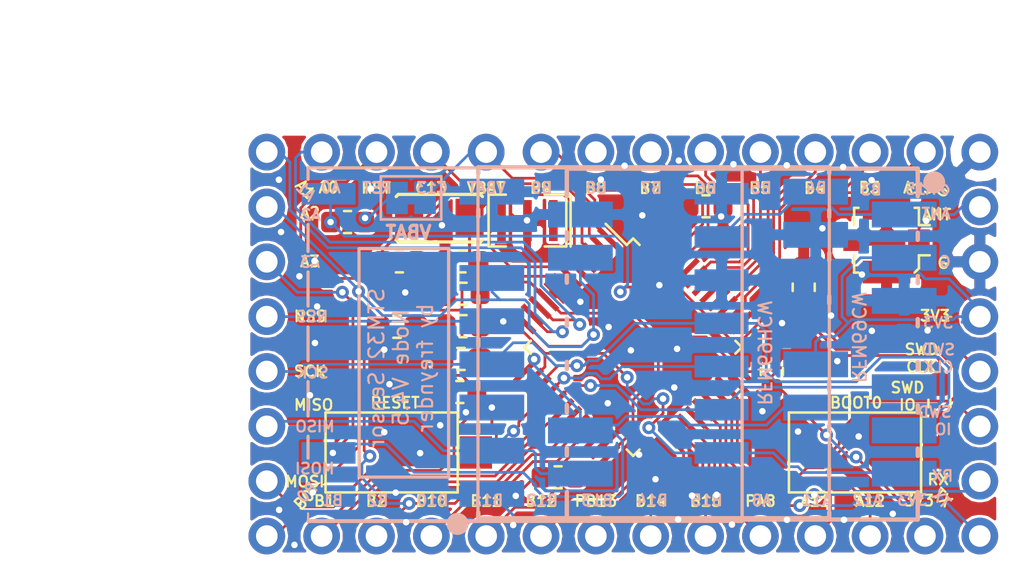
<source format=kicad_pcb>
(kicad_pcb (version 20171130) (host pcbnew 6.0.0-rc1-unknown-a6325aa~66~ubuntu18.04.1)
  (layers (0 F.Cu signal) (31 B.Cu signal) (34 B.Paste user hide) (35 F.Paste user hide) (36 B.SilkS user) (37 F.SilkS user) (38 B.Mask user) (39 F.Mask user) (44 Edge.Cuts user))
  (net 0 "")
  (net 1 GND)
  (net 2 +3V3)
  (net 3 RTCOSC1)
  (net 4 RTCOSC2)
  (net 5 SWDCLK)
  (net 6 SWDIO)
  (net 7 RX)
  (net 8 TX)
  (net 9 PB11)
  (net 10 PB10)
  (net 11 PB1)
  (net 12 PB0)
  (net 13 PA1)
  (net 14 PA0)
  (net 15 BOOT0)
  (net 16 MOSI)
  (net 17 MISO)
  (net 18 SCK)
  (net 19 NSS)
  (net 20 RST)
  (net 21 OSC2)
  (net 22 OSC1)
  (net 23 PA2)
  (net 24 PA3)
  (net 25 PC13)
  (net 26 VBAT)
  (net 27 PB9)
  (net 28 PB8)
  (net 29 PB7)
  (net 30 PB6)
  (net 31 PB5)
  (net 32 PB4)
  (net 33 PB3)
  (net 34 PA15)
  (net 35 PB2)
  (net 36 PB12)
  (net 37 PB13)
  (net 38 PB14)
  (net 39 PB15)
  (net 40 PA8)
  (net 41 PA11)
  (net 42 PA12)
  (net 43 "Net-(C7-Pad2)")
  (net 44 ANT)
  (net 45 "Net-(R2-Pad2)")
  (module Button_Switch_SMD:SW_SPST_CK_RS282G05A3 (layer F.Cu) (at 155.4 105.6)
    (fp_text reference SW2 hide)
    (fp_text value SW_BOOT)
    (pad 2 smd rect (at 3.9 0) (size 1.5 1.5) (layers F.Cu F.Paste F.Mask) (net 45 "Net-(R2-Pad2)"))
    (pad 1 smd rect (at -3.9 0) (size 1.5 1.5) (layers F.Cu F.Paste F.Mask) (net 15 BOOT0))
  )
  (module Resistor_SMD:R_0603_1608Metric_Pad1.05x0.95mm_HandSolder (layer F.Cu) (at 134.19 99.78 180)
    (fp_text reference R4)
    (fp_text value 100K)
    (pad 2 smd roundrect (at 0.875 0 180) (size 1.05 0.95) (layers F.Cu F.Paste F.Mask) (net 35 PB2))
    (pad 1 smd roundrect (at -0.875 0 180) (size 1.05 0.95) (layers F.Cu F.Paste F.Mask) (net 1 GND))
  )
  (module Resistor_SMD:R_0603_1608Metric_Pad1.05x0.95mm_HandSolder (layer F.Cu) (at 137.15 101.27 180)
    (fp_text reference R1)
    (fp_text value 10K)
    (pad 2 smd roundrect (at 0.875 0 180) (size 1.05 0.95) (layers F.Cu F.Paste F.Mask) (net 20 RST))
    (pad 1 smd roundrect (at -0.875 0 180) (size 1.05 0.95) (layers F.Cu F.Paste F.Mask) (net 2 +3V3))
  )
  (module Headers:PinHeader_1x12_P2.54mm_Vertical_Clear (layer F.Cu) (at 158.64 91.69 270)
    (fp_text reference J3 hide)
    (fp_text value "Conn Up")
    (pad 1 thru_hole circle (at 0 0 270) (size 1.7 1.7) (drill 1) (layers *.Cu *.Mask) (net 34 PA15))
    (pad 2 thru_hole oval (at 0 2.54 270) (size 1.7 1.7) (drill 1) (layers *.Cu *.Mask) (net 33 PB3))
    (pad 3 thru_hole oval (at 0 5.08 270) (size 1.7 1.7) (drill 1) (layers *.Cu *.Mask) (net 32 PB4))
    (pad 4 thru_hole oval (at 0 7.62 270) (size 1.7 1.7) (drill 1) (layers *.Cu *.Mask) (net 31 PB5))
    (pad 5 thru_hole oval (at 0 10.16 270) (size 1.7 1.7) (drill 1) (layers *.Cu *.Mask) (net 30 PB6))
    (pad 6 thru_hole oval (at 0 12.7 270) (size 1.7 1.7) (drill 1) (layers *.Cu *.Mask) (net 29 PB7))
    (pad 7 thru_hole oval (at 0 15.24 270) (size 1.7 1.7) (drill 1) (layers *.Cu *.Mask) (net 28 PB8))
    (pad 8 thru_hole oval (at 0 17.78 270) (size 1.7 1.7) (drill 1) (layers *.Cu *.Mask) (net 27 PB9))
    (pad 9 thru_hole oval (at 0 20.32 270) (size 1.7 1.7) (drill 1) (layers *.Cu *.Mask) (net 26 VBAT))
    (pad 10 thru_hole oval (at 0 22.86 270) (size 1.7 1.7) (drill 1) (layers *.Cu *.Mask) (net 25 PC13))
    (pad 11 thru_hole oval (at 0 25.4 270) (size 1.7 1.7) (drill 1) (layers *.Cu *.Mask) (net 20 RST))
    (pad 12 thru_hole oval (at 0 27.94 270) (size 1.7 1.7) (drill 1) (layers *.Cu *.Mask) (net 14 PA0))
  )
  (module custom:RFM69CW-XXXS2-MINPADS (layer B.Cu) (at 150.18 100.58 180)
    (fp_text reference U2)
    (fp_text value RFM69CW)
    (pad 14 smd rect (at 7.49808 5.99948 180) (size 2.99974 1.19888) (layers B.Cu B.Paste B.Mask) (net 1 GND))
    (pad 13 smd rect (at 7.49808 3.99796 180) (size 2.99974 1.19888) (layers B.Cu B.Paste B.Mask) (net 23 PA2))
    (pad 9 smd rect (at 7.49808 -3.99796 180) (size 2.99974 1.19888) (layers B.Cu B.Paste B.Mask) (net 24 PA3))
    (pad 8 smd rect (at 7.49808 -5.99948 180) (size 2.99974 1.19888) (layers B.Cu B.Paste B.Mask) (net 17 MISO))
    (pad 7 smd rect (at -7.49808 -5.99948 180) (size 2.99974 1.19888) (layers B.Cu B.Paste B.Mask) (net 19 NSS))
    (pad 6 smd rect (at -7.49808 -3.99796 180) (size 2.99974 1.19888) (layers B.Cu B.Paste B.Mask) (net 18 SCK))
    (pad 5 smd rect (at -7.49808 -1.99898 180) (size 2.99974 1.19888) (layers B.Cu B.Paste B.Mask) (net 16 MOSI))
    (pad 3 smd rect (at -7.49808 1.99898 180) (size 2.99974 1.19888) (layers B.Cu B.Paste B.Mask) (net 1 GND))
    (pad 2 smd rect (at -7.49808 3.99796 180) (size 2.99974 1.19888) (layers B.Cu B.Paste B.Mask) (net 2 +3V3))
    (pad 1 smd rect (at -7.49808 5.99948 180) (size 2.99974 1.19888) (layers B.Cu B.Paste B.Mask) (net 44 ANT))
  )
  (module custom:RFM69HCW-XXXS2-MINPADS (layer B.Cu) (at 146.08 100.52)
    (fp_text reference U4)
    (fp_text value RFM69HCW)
    (pad 14 smd rect (at 7.49808 2.99974) (size 2.99974 1.19888) (layers B.Cu B.Paste B.Mask) (net 24 PA3))
    (pad 13 smd rect (at 7.49808 0.99822) (size 2.99974 1.19888) (layers B.Cu B.Paste B.Mask) (net 2 +3V3))
    (pad 10 smd rect (at 7.49808 -4.99872) (size 2.99974 1.19888) (layers B.Cu B.Paste B.Mask) (net 1 GND))
    (pad 9 smd rect (at 7.49808 -6.9977) (size 2.99974 1.19888) (layers B.Cu B.Paste B.Mask) (net 44 ANT))
    (pad 8 smd rect (at -7.49808 -6.9977) (size 2.99974 1.19888) (layers B.Cu B.Paste B.Mask) (net 1 GND))
    (pad 6 smd rect (at -7.49808 -2.99974) (size 2.99974 1.19888) (layers B.Cu B.Paste B.Mask) (net 23 PA2))
    (pad 5 smd rect (at -7.49808 -0.99822) (size 2.99974 1.19888) (layers B.Cu B.Paste B.Mask) (net 19 NSS))
    (pad 4 smd rect (at -7.49808 0.99822) (size 2.99974 1.19888) (layers B.Cu B.Paste B.Mask) (net 18 SCK))
    (pad 3 smd rect (at -7.49808 2.99974) (size 2.99974 1.19888) (layers B.Cu B.Paste B.Mask) (net 16 MOSI))
    (pad 2 smd rect (at -7.49808 4.99872) (size 2.99974 1.19888) (layers B.Cu B.Paste B.Mask) (net 17 MISO))
    (pad 1 smd rect (at -7.49808 6.9977) (size 2.99974 1.19888) (layers B.Cu B.Paste B.Mask) (net 1 GND))
  )
  (module custom:HOPERF_RFM69HW-MINPADS (layer B.Cu) (at 140.12 100.62)
    (fp_text reference U3 hide)
    (fp_text value RFM69HW)
    (pad 1 smd rect (at -9.1 7) (size 2.5 1) (layers B.Cu B.Paste B.Mask) (net 23 PA2))
    (pad 2 smd rect (at -9.1 5) (size 2.5 1) (layers B.Cu B.Paste B.Mask) (net 24 PA3))
    (pad 8 smd rect (at -9.1 -7) (size 2.5 1) (layers B.Cu B.Paste B.Mask) (net 2 +3V3))
    (pad 9 smd rect (at 9.1 -7) (size 2.5 1) (layers B.Cu B.Paste B.Mask) (net 1 GND))
    (pad 10 smd rect (at 9.1 -5) (size 2.5 1) (layers B.Cu B.Paste B.Mask) (net 44 ANT))
    (pad 11 smd rect (at 9.1 -3) (size 2.5 1) (layers B.Cu B.Paste B.Mask) (net 1 GND))
    (pad 12 smd rect (at 9.1 -1) (size 2.5 1) (layers B.Cu B.Paste B.Mask) (net 18 SCK))
    (pad 13 smd rect (at 9.1 1) (size 2.5 1) (layers B.Cu B.Paste B.Mask) (net 17 MISO))
    (pad 14 smd rect (at 9.1 3) (size 2.5 1) (layers B.Cu B.Paste B.Mask) (net 16 MOSI))
    (pad 15 smd rect (at 9.1 5) (size 2.5 1) (layers B.Cu B.Paste B.Mask) (net 19 NSS))
  )
  (module Resistor_SMD:R_0603_1608Metric_Pad1.05x0.95mm_HandSolder (layer F.Cu) (at 159.31 103.33 270)
    (fp_text reference R2)
    (fp_text value 10K)
    (pad 2 smd roundrect (at 0.875 0 270) (size 1.05 0.95) (layers F.Cu F.Paste F.Mask) (net 45 "Net-(R2-Pad2)"))
    (pad 1 smd roundrect (at -0.875 0 270) (size 1.05 0.95) (layers F.Cu F.Paste F.Mask) (net 2 +3V3))
  )
  (module Crystal:Resonator_SMD_muRata_CSTxExxV-3Pin_3.0x1.1mm (layer F.Cu) (at 140.23 94.86 180)
    (fp_text reference Y2)
    (fp_text value 8Mhz)
    (pad 1 smd rect (at -1.2 0 180) (size 0.4 1.9) (layers F.Cu F.Paste F.Mask) (net 22 OSC1))
    (pad 2 smd rect (at 0 0 180) (size 0.4 1.9) (layers F.Cu F.Paste F.Mask) (net 1 GND))
    (pad 3 smd rect (at 1.2 0 180) (size 0.4 1.9) (layers F.Cu F.Paste F.Mask) (net 21 OSC2))
  )
  (module Headers:PinSocket_1x08_P2.54mm_Vertical_Clear (layer F.Cu) (at 128.16 91.69)
    (fp_text reference J1 hide)
    (fp_text value "Conn Side")
    (pad 8 thru_hole oval (at 0 17.78) (size 1.7 1.7) (drill 1) (layers *.Cu *.Mask) (net 12 PB0))
    (pad 7 thru_hole oval (at 0 15.24) (size 1.7 1.7) (drill 1) (layers *.Cu *.Mask) (net 16 MOSI))
    (pad 6 thru_hole oval (at 0 12.7) (size 1.7 1.7) (drill 1) (layers *.Cu *.Mask) (net 17 MISO))
    (pad 5 thru_hole oval (at 0 10.16) (size 1.7 1.7) (drill 1) (layers *.Cu *.Mask) (net 18 SCK))
    (pad 4 thru_hole oval (at 0 7.62) (size 1.7 1.7) (drill 1) (layers *.Cu *.Mask) (net 19 NSS))
    (pad 3 thru_hole oval (at 0 5.08) (size 1.7 1.7) (drill 1) (layers *.Cu *.Mask) (net 24 PA3))
    (pad 2 thru_hole oval (at 0 2.54) (size 1.7 1.7) (drill 1) (layers *.Cu *.Mask) (net 23 PA2))
    (pad 1 thru_hole circle (at 0 0) (size 1.7 1.7) (drill 1) (layers *.Cu *.Mask) (net 13 PA1))
  )
  (module Headers:PinSocket_1x08_P2.54mm_Vertical_Clear (layer F.Cu) (at 161.18 91.69)
    (fp_text reference J4 hide)
    (fp_text value "Conn Prog")
    (pad 8 thru_hole oval (at 0 17.78) (size 1.7 1.7) (drill 1) (layers *.Cu *.Mask) (net 8 TX))
    (pad 7 thru_hole oval (at 0 15.24) (size 1.7 1.7) (drill 1) (layers *.Cu *.Mask) (net 7 RX))
    (pad 6 thru_hole oval (at 0 12.7) (size 1.7 1.7) (drill 1) (layers *.Cu *.Mask) (net 6 SWDIO))
    (pad 5 thru_hole oval (at 0 10.16) (size 1.7 1.7) (drill 1) (layers *.Cu *.Mask) (net 5 SWDCLK))
    (pad 4 thru_hole oval (at 0 7.62) (size 1.7 1.7) (drill 1) (layers *.Cu *.Mask) (net 2 +3V3))
    (pad 3 thru_hole oval (at 0 5.08) (size 1.7 1.7) (drill 1) (layers *.Cu *.Mask) (net 1 GND))
    (pad 2 thru_hole oval (at 0 2.54) (size 1.7 1.7) (drill 1) (layers *.Cu *.Mask) (net 44 ANT))
    (pad 1 thru_hole circle (at 0 0) (size 1.7 1.7) (drill 1) (layers *.Cu *.Mask) (net 1 GND))
  )
  (module Headers:PinHeader_1x12_P2.54mm_Vertical_Clear (layer F.Cu) (at 130.7 109.47 90)
    (fp_text reference J2 hide)
    (fp_text value "Conn Down")
    (pad 1 thru_hole circle (at 0 0 90) (size 1.7 1.7) (drill 1) (layers *.Cu *.Mask) (net 11 PB1))
    (pad 2 thru_hole oval (at 0 2.54 90) (size 1.7 1.7) (drill 1) (layers *.Cu *.Mask) (net 35 PB2))
    (pad 3 thru_hole oval (at 0 5.08 90) (size 1.7 1.7) (drill 1) (layers *.Cu *.Mask) (net 10 PB10))
    (pad 4 thru_hole oval (at 0 7.62 90) (size 1.7 1.7) (drill 1) (layers *.Cu *.Mask) (net 9 PB11))
    (pad 5 thru_hole oval (at 0 10.16 90) (size 1.7 1.7) (drill 1) (layers *.Cu *.Mask) (net 36 PB12))
    (pad 6 thru_hole oval (at 0 12.7 90) (size 1.7 1.7) (drill 1) (layers *.Cu *.Mask) (net 37 PB13))
    (pad 7 thru_hole oval (at 0 15.24 90) (size 1.7 1.7) (drill 1) (layers *.Cu *.Mask) (net 38 PB14))
    (pad 8 thru_hole oval (at 0 17.78 90) (size 1.7 1.7) (drill 1) (layers *.Cu *.Mask) (net 39 PB15))
    (pad 9 thru_hole oval (at 0 20.32 90) (size 1.7 1.7) (drill 1) (layers *.Cu *.Mask) (net 40 PA8))
    (pad 10 thru_hole oval (at 0 22.86 90) (size 1.7 1.7) (drill 1) (layers *.Cu *.Mask) (net 41 PA11))
    (pad 11 thru_hole oval (at 0 25.4 90) (size 1.7 1.7) (drill 1) (layers *.Cu *.Mask) (net 42 PA12))
    (pad 12 thru_hole oval (at 0 27.94 90) (size 1.7 1.7) (drill 1) (layers *.Cu *.Mask) (net 2 +3V3))
  )
  (module Button_Switch_SMD:SW_SPST_CK_RS282G05A3 (layer F.Cu) (at 133.94 105.6)
    (fp_text reference SW1 hide)
    (fp_text value SW_Reset)
    (pad 2 smd rect (at 3.9 0) (size 1.5 1.5) (layers F.Cu F.Paste F.Mask) (net 20 RST))
    (pad 1 smd rect (at -3.9 0) (size 1.5 1.5) (layers F.Cu F.Paste F.Mask) (net 1 GND))
  )
  (module Capacitor_SMD:C_0603_1608Metric (layer F.Cu) (at 137.1 102.8 180)
    (fp_text reference C1)
    (fp_text value 1uF)
    (pad 1 smd roundrect (at -0.7875 0 180) (size 0.875 0.95) (layers F.Cu F.Paste F.Mask) (net 20 RST))
    (pad 2 smd roundrect (at 0.7875 0 180) (size 0.875 0.95) (layers F.Cu F.Paste F.Mask) (net 1 GND))
  )
  (module Capacitor_SMD:C_0603_1608Metric (layer F.Cu) (at 151.55 101.85 90)
    (fp_text reference C2)
    (fp_text value 0.1uF)
    (pad 2 smd roundrect (at 0.7875 0 90) (size 0.875 0.95) (layers F.Cu F.Paste F.Mask) (net 1 GND))
    (pad 1 smd roundrect (at -0.7875 0 90) (size 0.875 0.95) (layers F.Cu F.Paste F.Mask) (net 2 +3V3))
  )
  (module Capacitor_SMD:C_0603_1608Metric (layer F.Cu) (at 148.5 94.2)
    (fp_text reference C3)
    (fp_text value 0.1uF)
    (pad 1 smd roundrect (at -0.7875 0) (size 0.875 0.95) (layers F.Cu F.Paste F.Mask) (net 2 +3V3))
    (pad 2 smd roundrect (at 0.7875 0) (size 0.875 0.95) (layers F.Cu F.Paste F.Mask) (net 1 GND))
  )
  (module Capacitor_SMD:C_0603_1608Metric (layer F.Cu) (at 141.65 106.75 180)
    (fp_text reference C4)
    (fp_text value 0.1uF)
    (pad 2 smd roundrect (at 0.7875 0 180) (size 0.875 0.95) (layers F.Cu F.Paste F.Mask) (net 1 GND))
    (pad 1 smd roundrect (at -0.7875 0 180) (size 0.875 0.95) (layers F.Cu F.Paste F.Mask) (net 2 +3V3))
  )
  (module Capacitor_SMD:C_0603_1608Metric (layer F.Cu) (at 137.25 99.75 180)
    (fp_text reference C5)
    (fp_text value 0.1uF)
    (pad 1 smd roundrect (at -0.7875 0 180) (size 0.875 0.95) (layers F.Cu F.Paste F.Mask) (net 2 +3V3))
    (pad 2 smd roundrect (at 0.7875 0 180) (size 0.875 0.95) (layers F.Cu F.Paste F.Mask) (net 1 GND))
  )
  (module Capacitor_SMD:C_0603_1608Metric (layer F.Cu) (at 137.25 98.25 180)
    (fp_text reference C6)
    (fp_text value 10uF)
    (pad 1 smd roundrect (at -0.7875 0 180) (size 0.875 0.95) (layers F.Cu F.Paste F.Mask) (net 2 +3V3))
    (pad 2 smd roundrect (at 0.7875 0 180) (size 0.875 0.95) (layers F.Cu F.Paste F.Mask) (net 1 GND))
  )
  (module Capacitor_SMD:C_0603_1608Metric (layer F.Cu) (at 131.9 94.93)
    (fp_text reference C7)
    (fp_text value 100nF)
    (pad 2 smd roundrect (at 0.7875 0) (size 0.875 0.95) (layers F.Cu F.Paste F.Mask) (net 43 "Net-(C7-Pad2)"))
    (pad 1 smd roundrect (at -0.7875 0) (size 0.875 0.95) (layers F.Cu F.Paste F.Mask) (net 2 +3V3))
  )
  (module Capacitor_SMD:C_0603_1608Metric (layer F.Cu) (at 134.3 96.75)
    (fp_text reference C8)
    (fp_text value 10pF)
    (pad 1 smd roundrect (at -0.7875 0) (size 0.875 0.95) (layers F.Cu F.Paste F.Mask) (net 3 RTCOSC1))
    (pad 2 smd roundrect (at 0.7875 0) (size 0.875 0.95) (layers F.Cu F.Paste F.Mask) (net 1 GND))
  )
  (module Capacitor_SMD:C_0603_1608Metric (layer F.Cu) (at 137.2 96.75 180)
    (fp_text reference C9)
    (fp_text value 10pF)
    (pad 2 smd roundrect (at 0.7875 0 180) (size 0.875 0.95) (layers F.Cu F.Paste F.Mask) (net 1 GND))
    (pad 1 smd roundrect (at -0.7875 0 180) (size 0.875 0.95) (layers F.Cu F.Paste F.Mask) (net 4 RTCOSC2))
  )
  (module Resistor_SMD:R_0603_1608Metric_Pad1.05x0.95mm_HandSolder (layer F.Cu) (at 153.025 97.95 270)
    (fp_text reference R3)
    (fp_text value 100K)
    (pad 2 smd roundrect (at 0.875 0 270) (size 1.05 0.95) (layers F.Cu F.Paste F.Mask) (net 15 BOOT0))
    (pad 1 smd roundrect (at -0.875 0 270) (size 1.05 0.95) (layers F.Cu F.Paste F.Mask) (net 1 GND))
  )
  (module Package_QFP:LQFP-48_7x7mm_P0.5mm (layer F.Cu) (at 145.125 100.725 315)
    (fp_text reference U1 hide)
    (fp_text value STM32F103C8Tx hide)
    (pad 1 smd rect (at -4.35 -2.75 315) (size 1.3 0.25) (layers F.Cu F.Paste F.Mask) (net 26 VBAT))
    (pad 2 smd rect (at -4.35 -2.25 315) (size 1.3 0.25) (layers F.Cu F.Paste F.Mask) (net 25 PC13))
    (pad 3 smd rect (at -4.35 -1.749999 315) (size 1.3 0.25) (layers F.Cu F.Paste F.Mask) (net 3 RTCOSC1))
    (pad 4 smd rect (at -4.35 -1.25 315) (size 1.3 0.25) (layers F.Cu F.Paste F.Mask) (net 4 RTCOSC2))
    (pad 5 smd rect (at -4.35 -0.750001 315) (size 1.3 0.25) (layers F.Cu F.Paste F.Mask) (net 22 OSC1))
    (pad 6 smd rect (at -4.35 -0.25 315) (size 1.3 0.25) (layers F.Cu F.Paste F.Mask) (net 21 OSC2))
    (pad 7 smd rect (at -4.35 0.25 315) (size 1.3 0.25) (layers F.Cu F.Paste F.Mask) (net 20 RST))
    (pad 8 smd rect (at -4.35 0.750001 315) (size 1.3 0.25) (layers F.Cu F.Paste F.Mask) (net 1 GND))
    (pad 9 smd rect (at -4.35 1.25 315) (size 1.3 0.25) (layers F.Cu F.Paste F.Mask) (net 2 +3V3))
    (pad 10 smd rect (at -4.35 1.749999 315) (size 1.3 0.25) (layers F.Cu F.Paste F.Mask) (net 14 PA0))
    (pad 11 smd rect (at -4.35 2.25 315) (size 1.3 0.25) (layers F.Cu F.Paste F.Mask) (net 13 PA1))
    (pad 12 smd rect (at -4.35 2.75 315) (size 1.3 0.25) (layers F.Cu F.Paste F.Mask) (net 23 PA2))
    (pad 13 smd rect (at -2.75 4.35 45) (size 1.3 0.25) (layers F.Cu F.Paste F.Mask) (net 24 PA3))
    (pad 14 smd rect (at -2.25 4.35 45) (size 1.3 0.25) (layers F.Cu F.Paste F.Mask) (net 19 NSS))
    (pad 15 smd rect (at -1.749999 4.35 45) (size 1.3 0.25) (layers F.Cu F.Paste F.Mask) (net 18 SCK))
    (pad 16 smd rect (at -1.25 4.35 45) (size 1.3 0.25) (layers F.Cu F.Paste F.Mask) (net 17 MISO))
    (pad 17 smd rect (at -0.750001 4.35 45) (size 1.3 0.25) (layers F.Cu F.Paste F.Mask) (net 16 MOSI))
    (pad 18 smd rect (at -0.25 4.35 45) (size 1.3 0.25) (layers F.Cu F.Paste F.Mask) (net 12 PB0))
    (pad 19 smd rect (at 0.25 4.35 45) (size 1.3 0.25) (layers F.Cu F.Paste F.Mask) (net 11 PB1))
    (pad 20 smd rect (at 0.750001 4.35 45) (size 1.3 0.25) (layers F.Cu F.Paste F.Mask) (net 35 PB2))
    (pad 21 smd rect (at 1.25 4.35 45) (size 1.3 0.25) (layers F.Cu F.Paste F.Mask) (net 10 PB10))
    (pad 22 smd rect (at 1.749999 4.35 45) (size 1.3 0.25) (layers F.Cu F.Paste F.Mask) (net 9 PB11))
    (pad 23 smd rect (at 2.25 4.35 45) (size 1.3 0.25) (layers F.Cu F.Paste F.Mask) (net 1 GND))
    (pad 24 smd rect (at 2.75 4.35 45) (size 1.3 0.25) (layers F.Cu F.Paste F.Mask) (net 2 +3V3))
    (pad 25 smd rect (at 4.35 2.75 315) (size 1.3 0.25) (layers F.Cu F.Paste F.Mask) (net 36 PB12))
    (pad 26 smd rect (at 4.35 2.25 315) (size 1.3 0.25) (layers F.Cu F.Paste F.Mask) (net 37 PB13))
    (pad 27 smd rect (at 4.35 1.749999 315) (size 1.3 0.25) (layers F.Cu F.Paste F.Mask) (net 38 PB14))
    (pad 28 smd rect (at 4.35 1.25 315) (size 1.3 0.25) (layers F.Cu F.Paste F.Mask) (net 39 PB15))
    (pad 29 smd rect (at 4.35 0.750001 315) (size 1.3 0.25) (layers F.Cu F.Paste F.Mask) (net 40 PA8))
    (pad 30 smd rect (at 4.35 0.25 315) (size 1.3 0.25) (layers F.Cu F.Paste F.Mask) (net 8 TX))
    (pad 31 smd rect (at 4.35 -0.25 315) (size 1.3 0.25) (layers F.Cu F.Paste F.Mask) (net 7 RX))
    (pad 32 smd rect (at 4.35 -0.750001 315) (size 1.3 0.25) (layers F.Cu F.Paste F.Mask) (net 41 PA11))
    (pad 33 smd rect (at 4.35 -1.25 315) (size 1.3 0.25) (layers F.Cu F.Paste F.Mask) (net 42 PA12))
    (pad 34 smd rect (at 4.35 -1.749999 315) (size 1.3 0.25) (layers F.Cu F.Paste F.Mask) (net 6 SWDIO))
    (pad 35 smd rect (at 4.35 -2.25 315) (size 1.3 0.25) (layers F.Cu F.Paste F.Mask) (net 1 GND))
    (pad 36 smd rect (at 4.35 -2.75 315) (size 1.3 0.25) (layers F.Cu F.Paste F.Mask) (net 2 +3V3))
    (pad 37 smd rect (at 2.75 -4.35 45) (size 1.3 0.25) (layers F.Cu F.Paste F.Mask) (net 5 SWDCLK))
    (pad 38 smd rect (at 2.25 -4.35 45) (size 1.3 0.25) (layers F.Cu F.Paste F.Mask) (net 34 PA15))
    (pad 39 smd rect (at 1.749999 -4.35 45) (size 1.3 0.25) (layers F.Cu F.Paste F.Mask) (net 33 PB3))
    (pad 40 smd rect (at 1.25 -4.35 45) (size 1.3 0.25) (layers F.Cu F.Paste F.Mask) (net 32 PB4))
    (pad 41 smd rect (at 0.750001 -4.35 45) (size 1.3 0.25) (layers F.Cu F.Paste F.Mask) (net 31 PB5))
    (pad 42 smd rect (at 0.25 -4.35 45) (size 1.3 0.25) (layers F.Cu F.Paste F.Mask) (net 30 PB6))
    (pad 43 smd rect (at -0.25 -4.35 45) (size 1.3 0.25) (layers F.Cu F.Paste F.Mask) (net 29 PB7))
    (pad 44 smd rect (at -0.750001 -4.35 45) (size 1.3 0.25) (layers F.Cu F.Paste F.Mask) (net 15 BOOT0))
    (pad 45 smd rect (at -1.25 -4.35 45) (size 1.3 0.25) (layers F.Cu F.Paste F.Mask) (net 28 PB8))
    (pad 46 smd rect (at -1.749999 -4.35 45) (size 1.3 0.25) (layers F.Cu F.Paste F.Mask) (net 27 PB9))
    (pad 47 smd rect (at -2.25 -4.35 45) (size 1.3 0.25) (layers F.Cu F.Paste F.Mask) (net 1 GND))
    (pad 48 smd rect (at -2.75 -4.35 45) (size 1.3 0.25) (layers F.Cu F.Paste F.Mask) (net 2 +3V3))
  )
  (module NPFootprints:Seeedstudio-32kHz_Crystal-FC135 (layer F.Cu) (at 136.15 94.75)
    (fp_text reference Y1)
    (fp_text value 32768Mhz)
    (pad 2 smd rect (at 1.4 0) (size 1.3 1.8) (layers F.Cu F.Paste F.Mask) (net 4 RTCOSC2))
    (pad 1 smd rect (at -1.4 0) (size 1.3 1.8) (layers F.Cu F.Paste F.Mask) (net 3 RTCOSC1))
  )
  (module Connector_Coaxial:U.FL_Molex_MCRF_73412-0110_Vertical (layer F.Cu) (at 156.86 95.77 90)
    (fp_text reference J5)
    (fp_text value u.FL)
    (pad 2 smd rect (at -1.475 0 90) (size 1.05 2.2) (layers F.Cu F.Paste F.Mask) (net 1 GND))
    (pad 2 smd rect (at 1.475 0 90) (size 1.05 2.2) (layers F.Cu F.Paste F.Mask) (net 1 GND))
    (pad 2 smd rect (at 0 -1.5 90) (size 1 1) (layers F.Cu F.Paste F.Mask) (net 1 GND))
    (pad 1 smd rect (at 0 1.5 90) (size 1 1) (layers F.Cu F.Paste F.Mask) (net 44 ANT))
  )
  (module Jumper:SolderJumper-2_P1.3mm_Bridged_Pad1.0x1.5mm (layer B.Cu) (at 134.84 93.81 180)
    (fp_text reference JP1 hide)
    (fp_text value "VBAT Jumper")
    (pad 1 smd rect (at 0 0 180) (size 0.5 0.6) (layers B.Cu B.Mask) (net 26 VBAT))
    (pad 2 smd rect (at 0.65 0 180) (size 1 1.5) (layers B.Cu B.Mask) (net 43 "Net-(C7-Pad2)"))
    (pad 1 smd rect (at -0.65 0 180) (size 1 1.5) (layers B.Cu B.Mask) (net 26 VBAT))
  )
  (gr_line (start 130.07 104.85) (end 130.07 105.86) (layer B.SilkS) (width 0.15))
  (gr_line (start 130.07 102.32) (end 130.07 103.91) (layer B.SilkS) (width 0.15))
  (gr_line (start 130.07 99.79) (end 130.07 101.35) (layer B.SilkS) (width 0.15))
  (gr_line (start 130.07 97.24) (end 130.07 98.82) (layer B.SilkS) (width 0.15))
  (gr_line (start 130.07 95.04) (end 130.07 96.29) (layer B.SilkS) (width 0.15))
  (gr_line (start 130.07 92.8) (end 130.07 92.95) (layer B.SilkS) (width 0.15))
  (gr_line (start 130.07 92.41) (end 130.07 92.8) (layer B.SilkS) (width 0.15))
  (gr_line (start 150.16 108.76) (end 130.09 108.76) (layer B.SilkS) (width 0.15))
  (gr_line (start 130.07 92.42) (end 150.15 92.42) (layer B.SilkS) (width 0.15))
  (gr_line (start 150.17 108.79) (end 150.17 92.44) (layer B.SilkS) (width 0.15))
  (gr_line (start 130.07 108.79) (end 150.17 108.79) (layer B.SilkS) (width 0.15))
  (gr_line (start 137.94 92.4) (end 137.94 108.63) (layer B.SilkS) (width 0.15))
  (gr_line (start 154.21 92.45) (end 154.21 108.67) (layer B.SilkS) (width 0.15))
  (gr_line (start 150.17 92.43) (end 150.17 108.68) (layer B.SilkS) (width 0.15))
  (gr_text RFM69HCW (at 151.2 100.99 270) (layer B.SilkS) (effects (font (size 0.6 0.6) (thickness 0.1)) (justify mirror)))
  (gr_text "STM32 Sensor\nNode V4.5\nby freynder" (at 134.37 101.68 90) (layer B.SilkS) (effects (font (size 0.7 0.7) (thickness 0.1)) (justify mirror)))
  (gr_line (start 136.58 106.74) (end 136.58 96.18) (layer B.SilkS) (width 0.15))
  (gr_line (start 132.43 106.74) (end 136.58 106.74) (layer B.SilkS) (width 0.15))
  (gr_line (start 132.43 96.16) (end 132.44 106.74) (layer B.SilkS) (width 0.15))
  (gr_line (start 136.59 96.16) (end 132.43 96.16) (layer B.SilkS) (width 0.15))
  (gr_text "SWD\nCLK" (at 159.25 101.24) (layer B.SilkS) (effects (font (size 0.5 0.5) (thickness 0.1)) (justify mirror)))
  (gr_text RFM69CW (at 155.57 100.27 270) (layer B.SilkS) (effects (font (size 0.6 0.6) (thickness 0.1)) (justify mirror)))
  (gr_text BOOT0 (at 155.45 103.3) (layer F.SilkS) (effects (font (size 0.5 0.5) (thickness 0.1))))
  (gr_text RESET (at 134.1 103.3) (layer F.SilkS) (effects (font (size 0.5 0.5) (thickness 0.1))))
  (gr_text VBAT (at 134.72 95.41) (layer B.SilkS) (effects (font (size 0.6 0.6)) (justify mirror)))
  (gr_text "SWD\nIO" (at 159.93 104.13) (layer B.SilkS) (effects (font (size 0.5 0.5) (thickness 0.1)) (justify left mirror)))
  (gr_text B9 (at 140.890891 93.348538) (layer B.SilkS) (effects (font (size 0.5 0.5) (thickness 0.1)) (justify mirror)))
  (gr_text SCK (at 130.28 101.91) (layer B.SilkS) (effects (font (size 0.5 0.5) (thickness 0.1)) (justify mirror)))
  (gr_text G (at 159.54 93.38 45) (layer B.SilkS) (effects (font (size 0.5 0.5) (thickness 0.1)) (justify mirror)))
  (gr_text B12 (at 140.920891 107.818538) (layer B.SilkS) (effects (font (size 0.5 0.5) (thickness 0.1)) (justify mirror)))
  (gr_text RX (at 159.45 106.69) (layer B.SilkS) (effects (font (size 0.5 0.5) (thickness 0.1)) (justify mirror)))
  (gr_text NSS (at 130.26 99.31) (layer B.SilkS) (effects (font (size 0.5 0.5) (thickness 0.1)) (justify mirror)))
  (gr_text B6 (at 148.510891 93.348538) (layer B.SilkS) (effects (font (size 0.5 0.5) (thickness 0.1)) (justify mirror)))
  (gr_text A15 (at 158.42 93.4) (layer B.SilkS) (effects (font (size 0.5 0.5) (thickness 0.1)) (justify mirror)))
  (gr_text A2 (at 130.2 94.6) (layer B.SilkS) (effects (font (size 0.5 0.5) (thickness 0.1)) (justify mirror)))
  (gr_text TX (at 159.39 107.75 315) (layer B.SilkS) (effects (font (size 0.5 0.5) (thickness 0.1)) (justify mirror)))
  (gr_text C13 (at 135.810891 93.348538) (layer B.SilkS) (effects (font (size 0.5 0.5) (thickness 0.1)) (justify mirror)))
  (gr_text 3V3 (at 159.25 99.59) (layer B.SilkS) (effects (font (size 0.5 0.5) (thickness 0.1)) (justify mirror)))
  (gr_text B10 (at 135.840891 107.818538) (layer B.SilkS) (effects (font (size 0.5 0.5) (thickness 0.1)) (justify mirror)))
  (gr_text VBAT (at 138.350891 93.348538) (layer B.SilkS) (effects (font (size 0.5 0.5) (thickness 0.1)) (justify mirror)))
  (gr_text A0 (at 131.12 93.34) (layer B.SilkS) (effects (font (size 0.5 0.5) (thickness 0.1)) (justify mirror)))
  (gr_text B0 (at 130.03 107.45 45) (layer B.SilkS) (effects (font (size 0.5 0.5) (thickness 0.1)) (justify mirror)))
  (gr_text B1 (at 131.2 107.81) (layer B.SilkS) (effects (font (size 0.5 0.5) (thickness 0.1)) (justify mirror)))
  (gr_text B3 (at 156.14 93.43) (layer B.SilkS) (effects (font (size 0.5 0.5) (thickness 0.1)) (justify mirror)))
  (gr_text B2 (at 133.300891 107.818538) (layer B.SilkS) (effects (font (size 0.5 0.5) (thickness 0.1)) (justify mirror)))
  (gr_text B11 (at 138.380891 107.818538) (layer B.SilkS) (effects (font (size 0.5 0.5) (thickness 0.1)) (justify mirror)))
  (gr_text B14 (at 146.000891 107.818538) (layer B.SilkS) (effects (font (size 0.5 0.5) (thickness 0.1)) (justify mirror)))
  (gr_text 3V3 (at 158.05 107.8) (layer B.SilkS) (effects (font (size 0.5 0.5) (thickness 0.1)) (justify mirror)))
  (gr_text B15 (at 148.540891 107.818538) (layer B.SilkS) (effects (font (size 0.5 0.5) (thickness 0.1)) (justify mirror)))
  (gr_text A12 (at 155.97 107.8) (layer B.SilkS) (effects (font (size 0.5 0.5) (thickness 0.1)) (justify mirror)))
  (gr_text B7 (at 145.970891 93.348538) (layer B.SilkS) (effects (font (size 0.5 0.5) (thickness 0.1)) (justify mirror)))
  (gr_text RST (at 133.270891 93.348538) (layer B.SilkS) (effects (font (size 0.5 0.5) (thickness 0.1)) (justify mirror)))
  (gr_text A3 (at 130.160891 96.782538) (layer B.SilkS) (effects (font (size 0.5 0.5) (thickness 0.1)) (justify mirror)))
  (gr_text B4 (at 153.590891 93.348538) (layer B.SilkS) (effects (font (size 0.5 0.5) (thickness 0.1)) (justify mirror)))
  (gr_text A1 (at 129.97 93.51 315) (layer B.SilkS) (effects (font (size 0.5 0.5) (thickness 0.1)) (justify mirror)))
  (gr_text G (at 159.58 96.77) (layer B.SilkS) (effects (font (size 0.5 0.5) (thickness 0.1)) (justify mirror)))
  (gr_text B8 (at 143.430891 93.348538) (layer B.SilkS) (effects (font (size 0.5 0.5) (thickness 0.1)) (justify mirror)))
  (gr_text B13 (at 143.460891 107.818538) (layer B.SilkS) (effects (font (size 0.5 0.5) (thickness 0.1)) (justify mirror)))
  (gr_text MOSI (at 130.38 106.35) (layer B.SilkS) (effects (font (size 0.5 0.5) (thickness 0.1)) (justify mirror)))
  (gr_text ANT (at 159.15 94.54) (layer B.SilkS) (effects (font (size 0.5 0.5) (thickness 0.1)) (justify mirror)))
  (gr_text MISO (at 130.39 104.4) (layer B.SilkS) (effects (font (size 0.5 0.5) (thickness 0.1)) (justify mirror)))
  (gr_text B5 (at 151.050891 93.348538) (layer B.SilkS) (effects (font (size 0.5 0.5) (thickness 0.1)) (justify mirror)))
  (gr_text A8 (at 151.080891 107.818538) (layer B.SilkS) (effects (font (size 0.5 0.5) (thickness 0.1)) (justify mirror)))
  (gr_text A11 (at 153.620891 107.818538) (layer B.SilkS) (effects (font (size 0.5 0.5) (thickness 0.1)) (justify mirror)))
  (gr_text 3V3 (at 159.11 99.27) (layer F.SilkS) (effects (font (size 0.5 0.5) (thickness 0.1))))
  (gr_text "SWD\nCLK" (at 158.48 101.23) (layer F.SilkS) (effects (font (size 0.5 0.5) (thickness 0.1))))
  (gr_text RX (at 159.25 106.85) (layer F.SilkS) (effects (font (size 0.5 0.5) (thickness 0.1))))
  (gr_text "SWD\nIO" (at 157.83 103) (layer F.SilkS) (effects (font (size 0.5 0.5) (thickness 0.1))))
  (gr_text ANT (at 159.18 94.59) (layer F.SilkS) (effects (font (size 0.5 0.5) (thickness 0.1))))
  (gr_text G (at 159.47 96.83) (layer F.SilkS) (effects (font (size 0.5 0.5) (thickness 0.1))))
  (gr_text MOSI (at 129.92 106.95) (layer F.SilkS) (effects (font (size 0.5 0.5) (thickness 0.1))))
  (gr_text MISO (at 130.33 103.4) (layer F.SilkS) (effects (font (size 0.5 0.5) (thickness 0.1))))
  (gr_text SCK (at 130.16 101.842) (layer F.SilkS) (effects (font (size 0.5 0.5) (thickness 0.1))))
  (gr_text NSS (at 130.16 99.298) (layer F.SilkS) (effects (font (size 0.5 0.5) (thickness 0.1))))
  (gr_text A3 (at 130.16 96.754) (layer F.SilkS) (effects (font (size 0.5 0.5) (thickness 0.1))))
  (gr_text A2 (at 130.16 94.5) (layer F.SilkS) (effects (font (size 0.5 0.5) (thickness 0.1))))
  (gr_text TX (at 159.46 107.69 315) (layer F.SilkS) (effects (font (size 0.5 0.5) (thickness 0.1))))
  (gr_text G (at 159.43 93.51 45) (layer F.SilkS) (effects (font (size 0.5 0.5) (thickness 0.1))))
  (gr_text B0 (at 129.9 107.79 45) (layer F.SilkS) (effects (font (size 0.5 0.5) (thickness 0.1))))
  (gr_text A1 (at 129.94 93.41 -45) (layer F.SilkS) (effects (font (size 0.5 0.5) (thickness 0.1))))
  (gr_text B12 (at 140.86 107.85) (layer F.SilkS) (effects (font (size 0.5 0.5) (thickness 0.1))))
  (gr_text B10 (at 135.78 107.85) (layer F.SilkS) (effects (font (size 0.5 0.5) (thickness 0.1))))
  (gr_text B1 (at 130.84 107.85) (layer F.SilkS) (effects (font (size 0.5 0.5) (thickness 0.1))))
  (gr_text B2 (at 133.24 107.85) (layer F.SilkS) (effects (font (size 0.5 0.5) (thickness 0.1))))
  (gr_text B11 (at 138.32 107.85) (layer F.SilkS) (effects (font (size 0.5 0.5) (thickness 0.1))))
  (gr_text B14 (at 145.94 107.85) (layer F.SilkS) (effects (font (size 0.5 0.5) (thickness 0.1))))
  (gr_text 3V3 (at 158.36 107.83) (layer F.SilkS) (effects (font (size 0.5 0.5) (thickness 0.1))))
  (gr_text B15 (at 148.48 107.85) (layer F.SilkS) (effects (font (size 0.5 0.5) (thickness 0.1))))
  (gr_text A12 (at 156.1 107.85) (layer F.SilkS) (effects (font (size 0.5 0.5) (thickness 0.1))))
  (gr_text PB13 (at 143.4 107.85) (layer F.SilkS) (effects (font (size 0.5 0.5) (thickness 0.1))))
  (gr_text PA8 (at 151.02 107.85) (layer F.SilkS) (effects (font (size 0.5 0.5) (thickness 0.1))))
  (gr_text A11 (at 153.56 107.85) (layer F.SilkS) (effects (font (size 0.5 0.5) (thickness 0.1))))
  (gr_text B5 (at 150.99 93.36) (layer F.SilkS) (effects (font (size 0.5 0.5) (thickness 0.1))))
  (gr_text B3 (at 156.07 93.34) (layer F.SilkS) (effects (font (size 0.5 0.5) (thickness 0.1))))
  (gr_text A15 (at 158.33 93.34) (layer F.SilkS) (effects (font (size 0.5 0.5) (thickness 0.1))))
  (gr_text B4 (at 153.53 93.36) (layer F.SilkS) (effects (font (size 0.5 0.5) (thickness 0.1))))
  (gr_text B7 (at 145.91 93.36) (layer F.SilkS) (effects (font (size 0.5 0.5) (thickness 0.1))))
  (gr_text B9 (at 140.84 93.35) (layer F.SilkS) (effects (font (size 0.5 0.5) (thickness 0.1))))
  (gr_text B8 (at 143.38 93.35) (layer F.SilkS) (effects (font (size 0.5 0.5) (thickness 0.1))))
  (gr_text B6 (at 148.45 93.36) (layer F.SilkS) (effects (font (size 0.5 0.5) (thickness 0.1))))
  (gr_text C13 (at 135.76 93.35) (layer F.SilkS) (effects (font (size 0.5 0.5) (thickness 0.1))))
  (gr_text VBAT (at 138.3 93.35) (layer F.SilkS) (effects (font (size 0.5 0.5) (thickness 0.1))))
  (gr_text RST (at 133.22 93.35) (layer F.SilkS) (effects (font (size 0.5 0.5) (thickness 0.1))))
  (gr_text A0 (at 131.02 93.34) (layer F.SilkS) (effects (font (size 0.5 0.5) (thickness 0.1))))
  (gr_line (start 126.89 90.42) (end 126.89 110.74) (layer Edge.Cuts) (width 0.001))
  (gr_line (start 162.45 110.74) (end 126.89 110.74) (layer Edge.Cuts) (width 0.001))
  (gr_line (start 162.45 90.42) (end 162.45 110.74) (layer Edge.Cuts) (width 0.001))
  (gr_line (start 126.89 90.42) (end 162.45 90.42) (layer Edge.Cuts) (width 0.001))
  (via (at 139.69 107.61) (size 0.6) (drill 0.3) (layers F.Cu B.Cu) (net 1))
  (via (at 140.21 94.85) (size 0.6) (drill 0.3) (layers F.Cu B.Cu) (net 1))
  (segment (start 140.8625 106.75) (end 140.58479 106.75) (width 0.127) (layer F.Cu) (net 1))
  (via (at 148.99 107.56) (size 0.6) (drill 0.3) (layers F.Cu B.Cu) (net 1))
  (via (at 146.16 106.84) (size 0.6) (drill 0.3) (layers F.Cu B.Cu) (net 1))
  (via (at 149.7 108.94) (size 0.6) (drill 0.3) (layers F.Cu B.Cu) (net 1))
  (via (at 147.21 108.7) (size 0.6) (drill 0.3) (layers F.Cu B.Cu) (net 1))
  (via (at 147.85 107.6) (size 0.6) (drill 0.3) (layers F.Cu B.Cu) (net 1))
  (via (at 133.84 102.44) (size 0.6) (drill 0.3) (layers F.Cu B.Cu) (net 1))
  (via (at 130.16 102.95) (size 0.6) (drill 0.3) (layers F.Cu B.Cu) (net 1))
  (via (at 130.39 100.53) (size 0.6) (drill 0.3) (layers F.Cu B.Cu) (net 1))
  (via (at 130.49 98.84) (size 0.6) (drill 0.3) (layers F.Cu B.Cu) (net 1))
  (via (at 145.55 94.62) (size 0.6) (drill 0.3) (layers F.Cu B.Cu) (net 1))
  (via (at 143.99 99.79) (size 0.6) (drill 0.3) (layers F.Cu B.Cu) (net 1))
  (via (at 134.61 108.83) (size 0.6) (drill 0.3) (layers F.Cu B.Cu) (net 1))
  (via (at 142.68 98.62) (size 0.6) (drill 0.3) (layers F.Cu B.Cu) (net 1))
  (segment (start 142.56 98.74) (end 142.68 98.62) (width 0.127) (layer F.Cu) (net 1))
  (via (at 147.03 102.59) (size 0.6) (drill 0.3) (layers F.Cu B.Cu) (net 1))
  (via (at 145.02 100.87) (size 0.6) (drill 0.3) (layers F.Cu B.Cu) (net 1))
  (via (at 132.98 93.38) (size 0.6) (drill 0.3) (layers F.Cu B.Cu) (net 1))
  (via (at 128.72 92.97) (size 0.6) (drill 0.3) (layers F.Cu B.Cu) (net 1))
  (via (at 154.85 92.38) (size 0.6) (drill 0.3) (layers F.Cu B.Cu) (net 1))
  (via (at 152.24 92.3) (size 0.6) (drill 0.3) (layers F.Cu B.Cu) (net 1))
  (via (at 149.77 92.25) (size 0.6) (drill 0.3) (layers F.Cu B.Cu) (net 1))
  (via (at 144.73 92.32) (size 0.6) (drill 0.3) (layers F.Cu B.Cu) (net 1))
  (via (at 139.57 108.96) (size 0.6) (drill 0.3) (layers F.Cu B.Cu) (net 1))
  (via (at 156.17 92.99) (size 0.6) (drill 0.3) (layers F.Cu B.Cu) (net 1))
  (via (at 147.24 92.08) (size 0.6) (drill 0.3) (layers F.Cu B.Cu) (net 1))
  (via (at 143.63 92.96) (size 0.6) (drill 0.3) (layers F.Cu B.Cu) (net 1))
  (segment (start 149.22 94.67) (end 149.35 94.8) (width 0.127) (layer F.Cu) (net 1))
  (segment (start 149.2 94.67) (end 149.22 94.67) (width 0.127) (layer F.Cu) (net 1))
  (segment (start 149.2875 94.5825) (end 149.2 94.67) (width 0.127) (layer F.Cu) (net 1))
  (via (at 149.2 94.67) (size 0.6) (drill 0.3) (layers F.Cu B.Cu) (net 1))
  (segment (start 149.2875 94.2) (end 149.2875 94.5825) (width 0.127) (layer F.Cu) (net 1))
  (via (at 146.34 97.85) (size 0.6) (drill 0.3) (layers F.Cu B.Cu) (net 1))
  (via (at 153.89 95.22) (size 0.6) (drill 0.3) (layers F.Cu B.Cu) (net 1))
  (segment (start 139.57 108.50578) (end 138.58192 107.5177) (width 0.127) (layer B.Cu) (net 1))
  (segment (start 139.57 108.96) (end 139.57 108.50578) (width 0.127) (layer B.Cu) (net 1))
  (segment (start 140.55 106.75) (end 139.69 107.61) (width 0.127) (layer F.Cu) (net 1))
  (segment (start 140.8625 106.75) (end 140.55 106.75) (width 0.127) (layer F.Cu) (net 1))
  (via (at 155.72 97.36) (size 0.6) (drill 0.3) (layers F.Cu B.Cu) (net 1))
  (via (at 145.4 105.7) (size 0.6) (drill 0.3) (layers F.Cu B.Cu) (net 1))
  (via (at 143.95 103.32) (size 0.6) (drill 0.3) (layers F.Cu B.Cu) (net 1))
  (via (at 135.26 105.63) (size 0.6) (drill 0.3) (layers F.Cu B.Cu) (net 1))
  (via (at 152.76 104.63) (size 0.6) (drill 0.3) (layers F.Cu B.Cu) (net 1))
  (via (at 133.6 100.84) (size 0.6) (drill 0.3) (layers F.Cu B.Cu) (net 1))
  (via (at 136.19 104.34) (size 0.6) (drill 0.3) (layers F.Cu B.Cu) (net 1))
  (segment (start 141.518755 98.179416) (end 141.519416 98.179416) (width 0.127) (layer F.Cu) (net 1))
  (segment (start 141.519416 98.179416) (end 142.17 98.83) (width 0.127) (layer F.Cu) (net 1))
  (segment (start 142.47 98.83) (end 142.68 98.62) (width 0.127) (layer F.Cu) (net 1))
  (segment (start 142.17 98.83) (end 142.47 98.83) (width 0.127) (layer F.Cu) (net 1))
  (via (at 134.57 98.19) (size 0.6) (drill 0.3) (layers F.Cu B.Cu) (net 1))
  (segment (start 136.4325 99.78) (end 136.4625 99.75) (width 0.127) (layer F.Cu) (net 1))
  (segment (start 135.065 99.78) (end 136.4325 99.78) (width 0.127) (layer F.Cu) (net 1))
  (via (at 136.27 95.08) (size 0.6) (drill 0.3) (layers F.Cu B.Cu) (net 1))
  (via (at 129.44 109.88) (size 0.6) (drill 0.3) (layers F.Cu B.Cu) (net 1))
  (via (at 134.13 107.46) (size 0.6) (drill 0.3) (layers F.Cu B.Cu) (net 1))
  (via (at 128.73 108.26) (size 0.6) (drill 0.3) (layers F.Cu B.Cu) (net 1))
  (via (at 133.6 104.66) (size 0.6) (drill 0.3) (layers F.Cu B.Cu) (net 1))
  (via (at 152.02 99.61) (size 0.6) (drill 0.3) (layers F.Cu B.Cu) (net 1))
  (via (at 154.29 99.26) (size 0.6) (drill 0.3) (layers F.Cu B.Cu) (net 1))
  (via (at 156.18 99.97) (size 0.6) (drill 0.3) (layers F.Cu B.Cu) (net 1))
  (via (at 158.76 99.95) (size 0.6) (drill 0.3) (layers F.Cu B.Cu) (net 1))
  (via (at 151.11 103.69) (size 0.6) (drill 0.3) (layers F.Cu B.Cu) (net 1))
  (via (at 147.16 100.8) (size 0.6) (drill 0.3) (layers F.Cu B.Cu) (net 1))
  (via (at 129.67 97.44) (size 0.6) (drill 0.3) (layers F.Cu B.Cu) (net 1))
  (via (at 128.82 95.39) (size 0.6) (drill 0.3) (layers F.Cu B.Cu) (net 1))
  (via (at 130.37 96.73) (size 0.6) (drill 0.3) (layers F.Cu B.Cu) (net 1))
  (via (at 154.89 108.72) (size 0.6) (drill 0.3) (layers F.Cu B.Cu) (net 1))
  (via (at 157.15 108.44) (size 0.6) (drill 0.3) (layers F.Cu B.Cu) (net 1))
  (via (at 152.25 108.72) (size 0.6) (drill 0.3) (layers F.Cu B.Cu) (net 1))
  (via (at 155.57 104.86) (size 0.6) (drill 0.3) (layers F.Cu B.Cu) (net 1))
  (segment (start 138.0375 99.75) (end 138.0375 98.25) (width 0.127) (layer F.Cu) (net 2))
  (segment (start 150.768871 101.856371) (end 151.55 102.6375) (width 0.127) (layer F.Cu) (net 2))
  (segment (start 150.145458 101.856371) (end 150.768871 101.856371) (width 0.127) (layer F.Cu) (net 2))
  (segment (start 146.3875 94.2) (end 147.7125 94.2) (width 0.127) (layer F.Cu) (net 2))
  (segment (start 146.2 100.25) (end 145.4 99.45) (width 0.127) (layer F.Cu) (net 2))
  (segment (start 146.3875 95.573413) (end 146.256371 95.704542) (width 0.127) (layer F.Cu) (net 2))
  (segment (start 146.3875 94.2) (end 146.3875 95.573413) (width 0.127) (layer F.Cu) (net 2))
  (segment (start 146.256371 95.704542) (end 145.4 96.560913) (width 0.127) (layer F.Cu) (net 2))
  (segment (start 150.145458 101.856371) (end 150.106371 101.856371) (width 0.127) (layer F.Cu) (net 2))
  (segment (start 148.5 100.25) (end 146.2 100.25) (width 0.127) (layer F.Cu) (net 2))
  (segment (start 150.106371 101.856371) (end 148.5 100.25) (width 0.127) (layer F.Cu) (net 2))
  (segment (start 143.993629 105.745458) (end 142.989087 106.75) (width 0.127) (layer F.Cu) (net 2))
  (segment (start 142.989087 106.75) (end 142.4375 106.75) (width 0.127) (layer F.Cu) (net 2))
  (segment (start 159.1084 109.0016) (end 158.64 109.47) (width 0.127) (layer F.Cu) (net 2))
  (segment (start 138.0375 98.25) (end 138.576931 97.710569) (width 0.127) (layer F.Cu) (net 2))
  (segment (start 138.576931 97.710569) (end 140.342802 97.710569) (width 0.127) (layer F.Cu) (net 2))
  (segment (start 140.342802 97.710569) (end 141.165202 98.532969) (width 0.127) (layer F.Cu) (net 2))
  (segment (start 161.18 99.31) (end 160.61 99.31) (width 0.127) (layer B.Cu) (net 2))
  (segment (start 160.61 99.31) (end 160.35 99.57) (width 0.127) (layer B.Cu) (net 2))
  (segment (start 161.18 99.31) (end 161.18 98.95) (width 0.127) (layer F.Cu) (net 2))
  (segment (start 161.18 99.31) (end 161.18 98.98) (width 0.127) (layer B.Cu) (net 2))
  (segment (start 161.18 98.98) (end 159.76 97.56) (width 0.127) (layer B.Cu) (net 2))
  (segment (start 158.65604 97.56) (end 157.67808 96.58204) (width 0.127) (layer B.Cu) (net 2))
  (segment (start 159.76 97.56) (end 158.65604 97.56) (width 0.127) (layer B.Cu) (net 2))
  (segment (start 141.782233 99.15) (end 141.165202 98.532969) (width 0.127) (layer F.Cu) (net 2))
  (segment (start 145.4 99.45) (end 145.1 99.15) (width 0.127) (layer F.Cu) (net 2))
  (segment (start 145.1 99.15) (end 141.782233 99.15) (width 0.127) (layer F.Cu) (net 2))
  (segment (start 146.290748 100.340748) (end 146.2 100.25) (width 0.127) (layer F.Cu) (net 2))
  (segment (start 146.290748 101.989252) (end 146.290748 100.340748) (width 0.127) (layer F.Cu) (net 2))
  (segment (start 143.993629 105.736371) (end 144.63 105.1) (width 0.127) (layer F.Cu) (net 2))
  (segment (start 143.993629 105.745458) (end 143.993629 105.736371) (width 0.127) (layer F.Cu) (net 2))
  (segment (start 145.12 104.45) (end 145.12 104.48) (width 0.127) (layer F.Cu) (net 2))
  (segment (start 151.55 102.6375) (end 151.55 102.54) (width 0.127) (layer F.Cu) (net 2))
  (segment (start 151.94 101.68) (end 151.55 102.07) (width 0.127) (layer F.Cu) (net 2))
  (segment (start 154.27 101.68) (end 151.94 101.68) (width 0.127) (layer F.Cu) (net 2))
  (via (at 154.58 101.37) (size 0.6) (drill 0.3) (layers F.Cu B.Cu) (net 2))
  (segment (start 151.55 102.07) (end 151.55 102.6375) (width 0.127) (layer F.Cu) (net 2))
  (segment (start 154.58 101.37) (end 154.27 101.68) (width 0.127) (layer F.Cu) (net 2))
  (segment (start 145.4 97.94) (end 144.75 97.94) (width 0.127) (layer F.Cu) (net 2))
  (via (at 144.53 98.16) (size 0.6) (drill 0.3) (layers F.Cu B.Cu) (net 2))
  (segment (start 145.4 97.94) (end 145.4 99.45) (width 0.127) (layer F.Cu) (net 2))
  (segment (start 144.75 97.94) (end 144.53 98.16) (width 0.127) (layer F.Cu) (net 2))
  (segment (start 145.4 96.560913) (end 145.4 97.94) (width 0.127) (layer F.Cu) (net 2))
  (segment (start 144.53 98.16) (end 144.87 97.82) (width 0.127) (layer B.Cu) (net 2))
  (segment (start 144.87 97.82) (end 144.87 96.06) (width 0.127) (layer B.Cu) (net 2))
  (segment (start 144.87 96.06) (end 144.39 95.58) (width 0.127) (layer B.Cu) (net 2))
  (segment (start 131.7625 95.58) (end 131.1125 94.93) (width 0.127) (layer B.Cu) (net 2))
  (segment (start 144.39 95.58) (end 131.7625 95.58) (width 0.127) (layer B.Cu) (net 2))
  (segment (start 131.1125 93.7125) (end 131.02 93.62) (width 0.127) (layer B.Cu) (net 2))
  (segment (start 131.1125 94.93) (end 131.1125 93.7125) (width 0.127) (layer B.Cu) (net 2))
  (via (at 131.1125 94.93) (size 0.6) (drill 0.3) (layers F.Cu B.Cu) (net 2))
  (segment (start 145.12 104.6) (end 145.12 104.45) (width 0.127) (layer F.Cu) (net 2))
  (segment (start 143.993629 105.745458) (end 143.993629 105.726371) (width 0.127) (layer F.Cu) (net 2))
  (segment (start 143.993629 105.726371) (end 145.12 104.6) (width 0.127) (layer F.Cu) (net 2))
  (segment (start 145.12 103.16) (end 146.290748 101.989252) (width 0.127) (layer F.Cu) (net 2))
  (segment (start 145.12 104.45) (end 145.12 103.16) (width 0.127) (layer F.Cu) (net 2))
  (segment (start 158.64 109) (end 158.64 109.47) (width 0.127) (layer B.Cu) (net 2))
  (segment (start 138.025 99.7625) (end 138.0375 99.75) (width 0.127) (layer F.Cu) (net 2))
  (segment (start 138.025 101.27) (end 138.025 99.7625) (width 0.127) (layer F.Cu) (net 2))
  (segment (start 159.04 109.07) (end 158.64 109.47) (width 0.127) (layer F.Cu) (net 2))
  (segment (start 153.57808 101.51822) (end 153.57808 100.47192) (width 0.127) (layer B.Cu) (net 2))
  (segment (start 153.81 100.24) (end 154.45 100.24) (width 0.127) (layer B.Cu) (net 2))
  (segment (start 153.57808 100.47192) (end 153.81 100.24) (width 0.127) (layer B.Cu) (net 2))
  (segment (start 155.09 99.6) (end 154.45 100.24) (width 0.127) (layer B.Cu) (net 2))
  (via (at 155.45 105.81) (size 0.6) (drill 0.3) (layers F.Cu B.Cu) (net 2))
  (segment (start 158.64 109.47) (end 158.64 109) (width 0.127) (layer F.Cu) (net 2))
  (segment (start 158.64 109) (end 155.45 105.81) (width 0.127) (layer F.Cu) (net 2))
  (via (at 154.08 104.79) (size 0.6) (drill 0.3) (layers F.Cu B.Cu) (net 2))
  (segment (start 155.45 105.81) (end 155.1 105.81) (width 0.127) (layer B.Cu) (net 2))
  (segment (start 155.1 105.81) (end 154.08 104.79) (width 0.127) (layer B.Cu) (net 2))
  (segment (start 151.9275 102.6375) (end 151.55 102.6375) (width 0.127) (layer F.Cu) (net 2))
  (segment (start 154.08 104.79) (end 151.9275 102.6375) (width 0.127) (layer F.Cu) (net 2))
  (segment (start 154.8 99.31) (end 155.09 99.6) (width 0.127) (layer B.Cu) (net 2))
  (segment (start 154.8 97.44) (end 154.8 99.31) (width 0.127) (layer B.Cu) (net 2))
  (segment (start 157.67808 96.58204) (end 155.65796 96.58204) (width 0.127) (layer B.Cu) (net 2))
  (segment (start 155.65796 96.58204) (end 154.8 97.44) (width 0.127) (layer B.Cu) (net 2))
  (segment (start 155.24 99.45) (end 155.09 99.6) (width 0.127) (layer B.Cu) (net 2))
  (segment (start 159.95 99.45) (end 155.24 99.45) (width 0.127) (layer B.Cu) (net 2))
  (segment (start 161.18 99.31) (end 160.09 99.31) (width 0.127) (layer B.Cu) (net 2))
  (segment (start 160.09 99.31) (end 159.95 99.45) (width 0.127) (layer B.Cu) (net 2))
  (segment (start 154.58 101.37) (end 154.67 101.37) (width 0.127) (layer F.Cu) (net 2))
  (segment (start 154.67 101.37) (end 154.93 101.11) (width 0.127) (layer F.Cu) (net 2))
  (segment (start 154.93 101.11) (end 159.1 101.11) (width 0.127) (layer F.Cu) (net 2))
  (segment (start 159.31 101.32) (end 159.31 102.455) (width 0.127) (layer F.Cu) (net 2))
  (segment (start 159.1 101.11) (end 159.31 101.32) (width 0.127) (layer F.Cu) (net 2))
  (segment (start 133.5125 96.2375) (end 133.5125 96.75) (width 0.127) (layer F.Cu) (net 3))
  (segment (start 134.75 95) (end 133.5125 96.2375) (width 0.127) (layer F.Cu) (net 3))
  (segment (start 134.75 94.75) (end 134.75 95) (width 0.127) (layer F.Cu) (net 3))
  (segment (start 142.138022 93.408022) (end 142.756193 94.026193) (width 0.127) (layer F.Cu) (net 3))
  (segment (start 135.527 94.75) (end 136.777 93.5) (width 0.127) (layer F.Cu) (net 3))
  (segment (start 138.470775 93.5) (end 138.562753 93.408022) (width 0.127) (layer F.Cu) (net 3))
  (segment (start 138.562753 93.408022) (end 142.138022 93.408022) (width 0.127) (layer F.Cu) (net 3))
  (segment (start 142.756193 95.88132) (end 143.286522 96.411649) (width 0.127) (layer F.Cu) (net 3))
  (segment (start 142.756193 94.026193) (end 142.756193 95.88132) (width 0.127) (layer F.Cu) (net 3))
  (segment (start 136.777 93.5) (end 138.470775 93.5) (width 0.127) (layer F.Cu) (net 3))
  (segment (start 134.75 94.75) (end 135.527 94.75) (width 0.127) (layer F.Cu) (net 3))
  (segment (start 137.55 96.3125) (end 137.9875 96.75) (width 0.127) (layer F.Cu) (net 4))
  (segment (start 137.55 94.75) (end 137.55 96.3125) (width 0.127) (layer F.Cu) (net 4))
  (segment (start 137.55 94.75) (end 137.55 96.885264) (width 0.127) (layer F.Cu) (net 4))
  (segment (start 141.912033 93.662033) (end 142.40264 94.15264) (width 0.127) (layer F.Cu) (net 4))
  (segment (start 138.735065 93.662033) (end 141.912033 93.662033) (width 0.127) (layer F.Cu) (net 4))
  (segment (start 137.55 94.75) (end 137.647098 94.75) (width 0.127) (layer F.Cu) (net 4))
  (segment (start 137.647098 94.75) (end 138.735065 93.662033) (width 0.127) (layer F.Cu) (net 4))
  (segment (start 142.40264 96.234873) (end 142.932969 96.765202) (width 0.127) (layer F.Cu) (net 4))
  (segment (start 142.40264 94.15264) (end 142.40264 96.234873) (width 0.127) (layer F.Cu) (net 4))
  (segment (start 153.75 99.66) (end 154.66 100.57) (width 0.127) (layer F.Cu) (net 5))
  (segment (start 153.75 98) (end 153.75 99.66) (width 0.127) (layer F.Cu) (net 5))
  (segment (start 150.145458 99.593629) (end 151.739087 98) (width 0.127) (layer F.Cu) (net 5))
  (segment (start 159.9 100.57) (end 161.18 101.85) (width 0.127) (layer F.Cu) (net 5))
  (segment (start 154.66 100.57) (end 159.9 100.57) (width 0.127) (layer F.Cu) (net 5))
  (segment (start 151.739087 98) (end 153.75 98) (width 0.127) (layer F.Cu) (net 5))
  (segment (start 160.27 103.48) (end 161.18 104.39) (width 0.127) (layer F.Cu) (net 6))
  (segment (start 156.21 103.48) (end 160.27 103.48) (width 0.127) (layer F.Cu) (net 6))
  (segment (start 154.93 105.31) (end 154.93 104.76) (width 0.127) (layer F.Cu) (net 6))
  (segment (start 153.93 106.31) (end 154.93 105.31) (width 0.127) (layer F.Cu) (net 6))
  (segment (start 154.93 104.76) (end 156.21 103.48) (width 0.127) (layer F.Cu) (net 6))
  (segment (start 153.17 106.31) (end 153.93 106.31) (width 0.127) (layer F.Cu) (net 6))
  (segment (start 149.438351 102.563478) (end 149.438351 102.568351) (width 0.127) (layer F.Cu) (net 6))
  (segment (start 149.95 103.08) (end 149.95 105.96) (width 0.127) (layer F.Cu) (net 6))
  (segment (start 149.438351 102.568351) (end 149.95 103.08) (width 0.127) (layer F.Cu) (net 6))
  (segment (start 149.95 105.96) (end 150.71 106.72) (width 0.127) (layer F.Cu) (net 6))
  (segment (start 150.71 106.72) (end 152.76 106.72) (width 0.127) (layer F.Cu) (net 6))
  (segment (start 152.76 106.72) (end 153.17 106.31) (width 0.127) (layer F.Cu) (net 6))
  (segment (start 148.377691 103.624138) (end 148.384138 103.624138) (width 0.127) (layer F.Cu) (net 7))
  (segment (start 149.16 106.3) (end 149.16 104.41) (width 0.127) (layer F.Cu) (net 7))
  (segment (start 150.43 107.57) (end 149.16 106.3) (width 0.127) (layer F.Cu) (net 7))
  (segment (start 152.55 107.57) (end 150.43 107.57) (width 0.127) (layer F.Cu) (net 7))
  (segment (start 152.56 107.56) (end 152.55 107.57) (width 0.127) (layer F.Cu) (net 7))
  (segment (start 153.5 107.56) (end 152.56 107.56) (width 0.127) (layer F.Cu) (net 7))
  (segment (start 149.16 104.41) (end 148.377691 103.627691) (width 0.127) (layer F.Cu) (net 7))
  (via (at 153.51 107.55) (size 0.6) (drill 0.3) (layers F.Cu B.Cu) (net 7))
  (segment (start 155.26 107.55) (end 155.41 107.4) (width 0.127) (layer B.Cu) (net 7))
  (segment (start 148.377691 103.627691) (end 148.377691 103.624138) (width 0.127) (layer F.Cu) (net 7))
  (segment (start 155.41 107.4) (end 160.71 107.4) (width 0.127) (layer B.Cu) (net 7))
  (segment (start 153.51 107.55) (end 155.26 107.55) (width 0.127) (layer B.Cu) (net 7))
  (segment (start 160.71 107.4) (end 161.18 106.93) (width 0.127) (layer B.Cu) (net 7))
  (segment (start 153.51 107.55) (end 153.5 107.56) (width 0.127) (layer F.Cu) (net 7))
  (segment (start 148.024138 103.977691) (end 148.024138 103.984138) (width 0.127) (layer F.Cu) (net 8))
  (segment (start 148.9 106.4) (end 148.9 104.85) (width 0.127) (layer F.Cu) (net 8))
  (segment (start 150.56 108.06) (end 148.9 106.4) (width 0.127) (layer F.Cu) (net 8))
  (segment (start 152.84 108.06) (end 155.23 108.06) (width 0.127) (layer B.Cu) (net 8))
  (segment (start 148.027691 103.977691) (end 148.024138 103.977691) (width 0.127) (layer F.Cu) (net 8))
  (segment (start 148.9 104.85) (end 148.027691 103.977691) (width 0.127) (layer F.Cu) (net 8))
  (segment (start 155.62 107.67) (end 159.38 107.67) (width 0.127) (layer B.Cu) (net 8))
  (via (at 152.84 108.06) (size 0.6) (drill 0.3) (layers F.Cu B.Cu) (net 8))
  (segment (start 155.23 108.06) (end 155.62 107.67) (width 0.127) (layer B.Cu) (net 8))
  (segment (start 159.38 107.67) (end 161.18 109.47) (width 0.127) (layer B.Cu) (net 8))
  (segment (start 152.84 108.06) (end 150.56 108.06) (width 0.127) (layer F.Cu) (net 8))
  (segment (start 139.65 108.14) (end 138.32 109.47) (width 0.127) (layer F.Cu) (net 9))
  (segment (start 143.286522 105.038351) (end 142.756193 105.56868) (width 0.127) (layer F.Cu) (net 9))
  (segment (start 141.65 106.33) (end 141.65 107.2) (width 0.127) (layer F.Cu) (net 9))
  (segment (start 142.756193 105.56868) (end 142.41132 105.56868) (width 0.127) (layer F.Cu) (net 9))
  (segment (start 142.41132 105.56868) (end 141.65 106.33) (width 0.127) (layer F.Cu) (net 9))
  (segment (start 141.65 107.2) (end 140.71 108.14) (width 0.127) (layer F.Cu) (net 9))
  (segment (start 140.71 108.14) (end 139.65 108.14) (width 0.127) (layer F.Cu) (net 9))
  (segment (start 138.948449 107.56) (end 137.69 107.56) (width 0.127) (layer F.Cu) (net 10))
  (segment (start 142.932969 104.684798) (end 141.597767 106.02) (width 0.127) (layer F.Cu) (net 10))
  (segment (start 136.629999 108.620001) (end 135.78 109.47) (width 0.127) (layer F.Cu) (net 10))
  (segment (start 141.597767 106.02) (end 140.488449 106.02) (width 0.127) (layer F.Cu) (net 10))
  (segment (start 140.488449 106.02) (end 138.948449 107.56) (width 0.127) (layer F.Cu) (net 10))
  (segment (start 137.69 107.56) (end 136.629999 108.620001) (width 0.127) (layer F.Cu) (net 10))
  (segment (start 130.79 109.47) (end 130.7 109.47) (width 0.127) (layer F.Cu) (net 11))
  (segment (start 141.633553 104.57) (end 141.633553 105.136447) (width 0.127) (layer F.Cu) (net 11))
  (segment (start 141.633553 105.136447) (end 141.4 105.37) (width 0.127) (layer F.Cu) (net 11))
  (segment (start 133.3 106.96) (end 130.79 109.47) (width 0.127) (layer F.Cu) (net 11))
  (segment (start 142.225862 103.977691) (end 141.633553 104.57) (width 0.127) (layer F.Cu) (net 11))
  (segment (start 138.82 106.96) (end 133.3 106.96) (width 0.127) (layer F.Cu) (net 11))
  (segment (start 141.4 105.37) (end 140.41 105.37) (width 0.127) (layer F.Cu) (net 11))
  (segment (start 140.41 105.37) (end 138.82 106.96) (width 0.127) (layer F.Cu) (net 11))
  (segment (start 129.63 108.38) (end 128.54 109.47) (width 0.127) (layer F.Cu) (net 12))
  (segment (start 131.45 108.38) (end 129.63 108.38) (width 0.127) (layer F.Cu) (net 12))
  (segment (start 141.872309 103.647691) (end 141.26 104.26) (width 0.127) (layer F.Cu) (net 12))
  (segment (start 128.54 109.47) (end 128.16 109.47) (width 0.127) (layer F.Cu) (net 12))
  (segment (start 141.872309 103.624138) (end 141.872309 103.647691) (width 0.127) (layer F.Cu) (net 12))
  (segment (start 141.26 104.26) (end 141.16 104.26) (width 0.127) (layer F.Cu) (net 12))
  (segment (start 141.16 104.26) (end 138.73 106.69) (width 0.127) (layer F.Cu) (net 12))
  (segment (start 133.14 106.69) (end 131.45 108.38) (width 0.127) (layer F.Cu) (net 12))
  (segment (start 138.73 106.69) (end 133.14 106.69) (width 0.127) (layer F.Cu) (net 12))
  (segment (start 141.85 100.01) (end 141.15 100.01) (width 0.127) (layer F.Cu) (net 13))
  (via (at 141.85 100.01) (size 0.6) (drill 0.3) (layers F.Cu B.Cu) (net 13))
  (segment (start 141.15 100.01) (end 140.458095 99.318095) (width 0.127) (layer F.Cu) (net 13))
  (segment (start 140.458095 99.318095) (end 140.458095 99.240076) (width 0.127) (layer F.Cu) (net 13))
  (segment (start 140.58 99.17) (end 141.42 100.01) (width 0.127) (layer B.Cu) (net 13))
  (segment (start 140.58 96.76) (end 140.58 99.17) (width 0.127) (layer B.Cu) (net 13))
  (segment (start 128.16 91.69) (end 128.76 91.69) (width 0.127) (layer B.Cu) (net 13))
  (segment (start 128.76 91.69) (end 129.23 92.16) (width 0.127) (layer B.Cu) (net 13))
  (segment (start 130.98 96.12) (end 139.94 96.12) (width 0.127) (layer B.Cu) (net 13))
  (segment (start 129.23 92.16) (end 129.23 94.37) (width 0.127) (layer B.Cu) (net 13))
  (segment (start 141.42 100.01) (end 141.85 100.01) (width 0.127) (layer B.Cu) (net 13))
  (segment (start 129.23 94.37) (end 130.98 96.12) (width 0.127) (layer B.Cu) (net 13))
  (segment (start 139.94 96.12) (end 140.58 96.76) (width 0.127) (layer B.Cu) (net 13))
  (segment (start 140.811649 98.886522) (end 140.786522 98.886522) (width 0.127) (layer F.Cu) (net 14))
  (segment (start 129.49 94.27) (end 129.49 91.96) (width 0.127) (layer B.Cu) (net 14))
  (segment (start 131.08 95.86) (end 129.49 94.27) (width 0.127) (layer B.Cu) (net 14))
  (segment (start 140.86 97.88) (end 140.86 96.67) (width 0.127) (layer B.Cu) (net 14))
  (segment (start 140.05 95.86) (end 131.08 95.86) (width 0.127) (layer B.Cu) (net 14))
  (segment (start 140.86 96.67) (end 140.05 95.86) (width 0.127) (layer B.Cu) (net 14))
  (segment (start 129.76 91.69) (end 130.7 91.69) (width 0.127) (layer B.Cu) (net 14))
  (segment (start 129.49 91.96) (end 129.76 91.69) (width 0.127) (layer B.Cu) (net 14))
  (via (at 142.65 99.67) (size 0.6) (drill 0.3) (layers F.Cu B.Cu) (net 14))
  (segment (start 142.65 99.67) (end 140.86 97.88) (width 0.127) (layer B.Cu) (net 14))
  (segment (start 140.836522 98.886522) (end 140.811649 98.886522) (width 0.127) (layer F.Cu) (net 14))
  (segment (start 142.65 99.67) (end 142.44 99.46) (width 0.127) (layer F.Cu) (net 14))
  (segment (start 141.41 99.46) (end 140.836522 98.886522) (width 0.127) (layer F.Cu) (net 14))
  (segment (start 142.44 99.46) (end 141.41 99.46) (width 0.127) (layer F.Cu) (net 14))
  (segment (start 151.735 98.825) (end 153.025 98.825) (width 0.127) (layer F.Cu) (net 15))
  (segment (start 149.602147 100.332147) (end 150.227853 100.332147) (width 0.127) (layer F.Cu) (net 15))
  (segment (start 147.140255 97.870255) (end 149.602147 100.332147) (width 0.127) (layer F.Cu) (net 15))
  (segment (start 147.670584 97.118755) (end 147.140255 97.649084) (width 0.127) (layer F.Cu) (net 15))
  (segment (start 150.227853 100.332147) (end 151.735 98.825) (width 0.127) (layer F.Cu) (net 15))
  (segment (start 147.140255 97.649084) (end 147.140255 97.870255) (width 0.127) (layer F.Cu) (net 15))
  (segment (start 153.025 99.335) (end 153.025 98.825) (width 0.127) (layer F.Cu) (net 15))
  (segment (start 159.18 100.83) (end 154.52 100.83) (width 0.127) (layer F.Cu) (net 15))
  (segment (start 160.1 101.75) (end 159.18 100.83) (width 0.127) (layer F.Cu) (net 15))
  (segment (start 160.1 102.95) (end 160.1 101.75) (width 0.127) (layer F.Cu) (net 15))
  (segment (start 154.28 105.6) (end 154.67 105.21) (width 0.127) (layer F.Cu) (net 15))
  (segment (start 151.5 105.6) (end 154.28 105.6) (width 0.127) (layer F.Cu) (net 15))
  (segment (start 154.67 105.21) (end 154.67 104.64) (width 0.127) (layer F.Cu) (net 15))
  (segment (start 156.09 103.22) (end 159.83 103.22) (width 0.127) (layer F.Cu) (net 15))
  (segment (start 154.52 100.83) (end 153.025 99.335) (width 0.127) (layer F.Cu) (net 15))
  (segment (start 154.67 104.64) (end 156.09 103.22) (width 0.127) (layer F.Cu) (net 15))
  (segment (start 159.83 103.22) (end 160.1 102.95) (width 0.127) (layer F.Cu) (net 15))
  (segment (start 150.26102 102.57898) (end 149.22 103.62) (width 0.127) (layer B.Cu) (net 16))
  (segment (start 157.67808 102.57898) (end 150.26102 102.57898) (width 0.127) (layer B.Cu) (net 16))
  (segment (start 143.15 102.5) (end 142.27 102.5) (width 0.127) (layer F.Cu) (net 16))
  (via (at 143.15 102.5) (size 0.6) (drill 0.3) (layers F.Cu B.Cu) (net 16))
  (segment (start 141.518755 103.251245) (end 141.518755 103.270584) (width 0.127) (layer F.Cu) (net 16))
  (segment (start 142.27 102.5) (end 141.518755 103.251245) (width 0.127) (layer F.Cu) (net 16))
  (via (at 138.58192 103.51974) (size 0.6) (drill 0.3) (layers F.Cu B.Cu) (net 16))
  (segment (start 138.79 105) (end 138.79 104.69) (width 0.127) (layer F.Cu) (net 16))
  (segment (start 138.58192 104.48192) (end 138.58192 103.51974) (width 0.127) (layer F.Cu) (net 16))
  (segment (start 141.518755 103.270584) (end 141.509416 103.270584) (width 0.127) (layer F.Cu) (net 16))
  (segment (start 138.79 104.69) (end 138.58192 104.48192) (width 0.127) (layer F.Cu) (net 16))
  (segment (start 140.96 104.1) (end 139.78 105.28) (width 0.127) (layer F.Cu) (net 16))
  (segment (start 139.78 105.28) (end 139.07 105.28) (width 0.127) (layer F.Cu) (net 16))
  (segment (start 140.96 103.82) (end 140.96 104.1) (width 0.127) (layer F.Cu) (net 16))
  (segment (start 141.509416 103.270584) (end 140.96 103.82) (width 0.127) (layer F.Cu) (net 16))
  (segment (start 139.07 105.28) (end 138.79 105) (width 0.127) (layer F.Cu) (net 16))
  (via (at 137.38 103.74) (size 0.6) (drill 0.3) (layers F.Cu B.Cu) (net 16))
  (segment (start 145.49 103.62) (end 149.22 103.62) (width 0.127) (layer B.Cu) (net 16))
  (segment (start 143.15 102.5) (end 144.37 102.5) (width 0.127) (layer B.Cu) (net 16))
  (segment (start 144.37 102.5) (end 145.49 103.62) (width 0.127) (layer B.Cu) (net 16))
  (segment (start 131.24 108.12) (end 129.35 108.12) (width 0.127) (layer F.Cu) (net 16))
  (segment (start 137.38 104.08) (end 136.83 104.63) (width 0.127) (layer F.Cu) (net 16))
  (segment (start 129.35 108.12) (end 128.16 106.93) (width 0.127) (layer F.Cu) (net 16))
  (segment (start 137.38 103.74) (end 137.38 104.08) (width 0.127) (layer F.Cu) (net 16))
  (segment (start 136.83 104.63) (end 136.83 105.78) (width 0.127) (layer F.Cu) (net 16))
  (segment (start 136.18 106.43) (end 132.93 106.43) (width 0.127) (layer F.Cu) (net 16))
  (segment (start 136.83 105.78) (end 136.18 106.43) (width 0.127) (layer F.Cu) (net 16))
  (segment (start 132.93 106.43) (end 131.24 108.12) (width 0.127) (layer F.Cu) (net 16))
  (via (at 141.92 102.15) (size 0.6) (drill 0.3) (layers F.Cu B.Cu) (net 17))
  (segment (start 141.165202 102.917031) (end 141.165202 102.904798) (width 0.127) (layer F.Cu) (net 17))
  (segment (start 141.165202 102.904798) (end 141.92 102.15) (width 0.127) (layer F.Cu) (net 17))
  (segment (start 142.68192 106.57948) (end 140.84948 106.57948) (width 0.127) (layer B.Cu) (net 17))
  (segment (start 140.84948 106.57948) (end 140.6 106.33) (width 0.127) (layer B.Cu) (net 17))
  (segment (start 140.6 106.33) (end 140.6 105.64) (width 0.127) (layer B.Cu) (net 17))
  (segment (start 140.47872 105.51872) (end 138.58192 105.51872) (width 0.127) (layer B.Cu) (net 17))
  (segment (start 140.6 105.64) (end 140.47872 105.51872) (width 0.127) (layer B.Cu) (net 17))
  (segment (start 141.165202 102.917031) (end 141.165202 102.974798) (width 0.127) (layer F.Cu) (net 17))
  (segment (start 139.49064 104.61) (end 138.58192 105.51872) (width 0.127) (layer B.Cu) (net 17))
  (segment (start 139.59 104.61) (end 139.83 104.37) (width 0.127) (layer F.Cu) (net 17))
  (segment (start 139.83 104.19) (end 141.102969 102.917031) (width 0.127) (layer F.Cu) (net 17))
  (via (at 139.59 104.61) (size 0.6) (drill 0.3) (layers F.Cu B.Cu) (net 17))
  (segment (start 139.59 104.61) (end 139.49064 104.61) (width 0.127) (layer B.Cu) (net 17))
  (segment (start 139.83 104.37) (end 139.83 104.19) (width 0.127) (layer F.Cu) (net 17))
  (segment (start 141.102969 102.917031) (end 141.165202 102.917031) (width 0.127) (layer F.Cu) (net 17))
  (segment (start 141.92 102.15) (end 142.73 102.15) (width 0.127) (layer B.Cu) (net 17))
  (segment (start 142.94 101.94) (end 143.41 101.94) (width 0.127) (layer B.Cu) (net 17))
  (segment (start 142.73 102.15) (end 142.94 101.94) (width 0.127) (layer B.Cu) (net 17))
  (segment (start 143.41 101.94) (end 143.66 102.19) (width 0.127) (layer B.Cu) (net 17))
  (segment (start 143.66 102.19) (end 144.04 102.19) (width 0.127) (layer B.Cu) (net 17))
  (segment (start 144.04 102.19) (end 144.61 101.62) (width 0.127) (layer B.Cu) (net 17))
  (segment (start 144.61 101.62) (end 149.22 101.62) (width 0.127) (layer B.Cu) (net 17))
  (segment (start 128.39 104.16) (end 128.16 104.39) (width 0.127) (layer B.Cu) (net 17))
  (segment (start 134.98 104.16) (end 128.39 104.16) (width 0.127) (layer B.Cu) (net 17))
  (segment (start 138.58192 105.51872) (end 136.33872 105.51872) (width 0.127) (layer B.Cu) (net 17))
  (segment (start 136.33872 105.51872) (end 134.98 104.16) (width 0.127) (layer B.Cu) (net 17))
  (segment (start 128.16 101.85) (end 129.51 101.85) (width 0.127) (layer B.Cu) (net 18))
  (segment (start 129.84178 101.51822) (end 138.58192 101.51822) (width 0.127) (layer B.Cu) (net 18))
  (segment (start 129.51 101.85) (end 129.84178 101.51822) (width 0.127) (layer B.Cu) (net 18))
  (segment (start 157.67808 104.57796) (end 158.44204 104.57796) (width 0.127) (layer B.Cu) (net 18))
  (segment (start 158.44204 104.57796) (end 159.75 103.27) (width 0.127) (layer B.Cu) (net 18))
  (segment (start 159.75 103.27) (end 159.75 101.67) (width 0.127) (layer B.Cu) (net 18))
  (segment (start 159.75 101.67) (end 159.27 101.19) (width 0.127) (layer B.Cu) (net 18))
  (segment (start 159.27 101.19) (end 156.6 101.19) (width 0.127) (layer B.Cu) (net 18))
  (segment (start 156.6 101.19) (end 155.46503 102.32497) (width 0.127) (layer B.Cu) (net 18))
  (segment (start 155.46503 102.32497) (end 151.73497 102.32497) (width 0.127) (layer B.Cu) (net 18))
  (segment (start 151.73497 102.32497) (end 151.29 101.88) (width 0.127) (layer B.Cu) (net 18))
  (segment (start 151.29 101.88) (end 151.29 100.03) (width 0.127) (layer B.Cu) (net 18))
  (segment (start 150.88 99.62) (end 149.22 99.62) (width 0.127) (layer B.Cu) (net 18))
  (segment (start 151.29 100.03) (end 150.88 99.62) (width 0.127) (layer B.Cu) (net 18))
  (segment (start 143.48 101.35) (end 145.21 99.62) (width 0.127) (layer B.Cu) (net 18))
  (segment (start 145.21 99.62) (end 149.22 99.62) (width 0.127) (layer B.Cu) (net 18))
  (segment (start 143.48 101.35) (end 143.07 101.35) (width 0.127) (layer B.Cu) (net 18))
  (segment (start 143 101.42) (end 142.9 101.52) (width 0.127) (layer B.Cu) (net 18))
  (segment (start 143 101.42) (end 142.84 101.58) (width 0.127) (layer B.Cu) (net 18))
  (segment (start 143.07 101.35) (end 143 101.42) (width 0.127) (layer B.Cu) (net 18))
  (segment (start 140.811649 102.563478) (end 140.811649 102.478351) (width 0.127) (layer F.Cu) (net 18))
  (segment (start 142.84 101.58) (end 143.07 101.35) (width 0.127) (layer B.Cu) (net 18))
  (segment (start 140.811649 102.418351) (end 140.811649 102.563478) (width 0.127) (layer F.Cu) (net 18))
  (segment (start 141.65 101.58) (end 140.811649 102.418351) (width 0.127) (layer F.Cu) (net 18))
  (via (at 142.52 101.58) (size 0.6) (drill 0.3) (layers F.Cu B.Cu) (net 18))
  (segment (start 142.52 101.58) (end 141.65 101.58) (width 0.127) (layer F.Cu) (net 18))
  (segment (start 142.52 101.58) (end 142.84 101.58) (width 0.127) (layer B.Cu) (net 18))
  (segment (start 142.52 101.58) (end 141.54 101.58) (width 0.127) (layer B.Cu) (net 18))
  (segment (start 141.54 101.58) (end 140.48 100.52) (width 0.127) (layer B.Cu) (net 18))
  (segment (start 138.58192 101.50808) (end 139.57 100.52) (width 0.127) (layer B.Cu) (net 18))
  (segment (start 138.58192 101.51822) (end 138.58192 101.50808) (width 0.127) (layer B.Cu) (net 18))
  (segment (start 140.48 100.52) (end 139.57 100.52) (width 0.127) (layer B.Cu) (net 18))
  (segment (start 128.16 99.31) (end 129.49 99.31) (width 0.127) (layer B.Cu) (net 19))
  (segment (start 129.70178 99.52178) (end 138.58192 99.52178) (width 0.127) (layer B.Cu) (net 19))
  (segment (start 129.49 99.31) (end 129.70178 99.52178) (width 0.127) (layer B.Cu) (net 19))
  (segment (start 139.10178 99.52178) (end 138.58192 99.52178) (width 0.127) (layer B.Cu) (net 19))
  (segment (start 139.11 99.53) (end 139.10178 99.52178) (width 0.127) (layer B.Cu) (net 19))
  (via (at 139.11 99.53) (size 0.6) (drill 0.3) (layers F.Cu B.Cu) (net 19))
  (segment (start 140.460076 102.209924) (end 140.458095 102.209924) (width 0.127) (layer F.Cu) (net 19))
  (segment (start 141.04 101.63) (end 140.460076 102.209924) (width 0.127) (layer F.Cu) (net 19))
  (segment (start 141.04 101.01) (end 141.04 101.63) (width 0.127) (layer F.Cu) (net 19))
  (segment (start 139.11 99.53) (end 139.56 99.53) (width 0.127) (layer F.Cu) (net 19))
  (segment (start 139.56 99.53) (end 141.04 101.01) (width 0.127) (layer F.Cu) (net 19))
  (via (at 145.85 104.45) (size 0.6) (drill 0.3) (layers F.Cu B.Cu) (net 19))
  (segment (start 147.02 105.62) (end 149.22 105.62) (width 0.127) (layer B.Cu) (net 19))
  (segment (start 145.85 104.45) (end 147.02 105.62) (width 0.127) (layer B.Cu) (net 19))
  (segment (start 146.51 103.79) (end 145.85 104.45) (width 0.127) (layer F.Cu) (net 19))
  (segment (start 146.51 103.11) (end 146.51 103.79) (width 0.127) (layer F.Cu) (net 19))
  (via (at 146.51 103.11) (size 0.6) (drill 0.3) (layers F.Cu B.Cu) (net 19))
  (segment (start 143.74 101.01) (end 141.04 101.01) (width 0.127) (layer F.Cu) (net 19))
  (via (at 144.85 102.12) (size 0.6) (drill 0.3) (layers F.Cu B.Cu) (net 19))
  (segment (start 144.85 102.12) (end 143.74 101.01) (width 0.127) (layer F.Cu) (net 19))
  (segment (start 145.59 103.35) (end 144.85 102.61) (width 0.127) (layer B.Cu) (net 19))
  (segment (start 144.85 102.61) (end 144.85 102.12) (width 0.127) (layer B.Cu) (net 19))
  (segment (start 145.87 103.35) (end 145.59 103.35) (width 0.127) (layer B.Cu) (net 19))
  (segment (start 146.51 103.11) (end 146.11 103.11) (width 0.127) (layer B.Cu) (net 19))
  (segment (start 146.11 103.11) (end 145.87 103.35) (width 0.127) (layer B.Cu) (net 19))
  (segment (start 157.62808 106.52948) (end 157.67808 106.57948) (width 0.127) (layer B.Cu) (net 19))
  (segment (start 153.02948 106.52948) (end 157.62808 106.52948) (width 0.127) (layer B.Cu) (net 19))
  (segment (start 152.76 106.26) (end 153.02948 106.52948) (width 0.127) (layer B.Cu) (net 19))
  (segment (start 152.26 106.26) (end 152.76 106.26) (width 0.127) (layer B.Cu) (net 19))
  (segment (start 149.22 105.62) (end 151.62 105.62) (width 0.127) (layer B.Cu) (net 19))
  (segment (start 151.62 105.62) (end 152.26 106.26) (width 0.127) (layer B.Cu) (net 19))
  (segment (start 137.8875 102.8) (end 137.852 102.8) (width 0.127) (layer F.Cu) (net 20))
  (segment (start 137.852 102.8) (end 137.713999 102.661999) (width 0.127) (layer F.Cu) (net 20))
  (segment (start 137.792818 97.440898) (end 141.487345 97.440898) (width 0.127) (layer F.Cu) (net 20))
  (segment (start 141.487345 97.440898) (end 141.872309 97.825862) (width 0.127) (layer F.Cu) (net 20))
  (segment (start 137.57 97.663716) (end 137.543716 97.663716) (width 0.127) (layer F.Cu) (net 20))
  (segment (start 137.57 97.663716) (end 137.792818 97.440898) (width 0.127) (layer F.Cu) (net 20))
  (segment (start 137.2 98.033716) (end 137.57 97.663716) (width 0.127) (layer F.Cu) (net 20))
  (segment (start 137.2 99.01) (end 137.2 98.033716) (width 0.127) (layer F.Cu) (net 20))
  (segment (start 137.94 105.5) (end 137.84 105.6) (width 0.127) (layer F.Cu) (net 20))
  (segment (start 137.8875 102.8) (end 137.94 102.8525) (width 0.127) (layer F.Cu) (net 20))
  (segment (start 137.94 102.8525) (end 137.94 105.5) (width 0.127) (layer F.Cu) (net 20))
  (segment (start 137.8875 102.8) (end 137.8875 102.7275) (width 0.127) (layer F.Cu) (net 20))
  (segment (start 137.8875 102.7275) (end 137.19 102.03) (width 0.127) (layer F.Cu) (net 20))
  (segment (start 137.19 102.03) (end 136.37 102.03) (width 0.127) (layer F.Cu) (net 20))
  (segment (start 136.275 101.935) (end 136.275 101.27) (width 0.127) (layer F.Cu) (net 20))
  (segment (start 136.37 102.03) (end 136.275 101.935) (width 0.127) (layer F.Cu) (net 20))
  (segment (start 137.2 99.99) (end 137.2 100.26) (width 0.127) (layer F.Cu) (net 20))
  (segment (start 137.2 99.01) (end 137.2 99.99) (width 0.127) (layer F.Cu) (net 20))
  (segment (start 137.2 100.26) (end 136.93 100.53) (width 0.127) (layer F.Cu) (net 20))
  (segment (start 136.93 100.53) (end 136.54 100.53) (width 0.127) (layer F.Cu) (net 20))
  (segment (start 136.275 100.795) (end 136.275 101.27) (width 0.127) (layer F.Cu) (net 20))
  (segment (start 136.54 100.53) (end 136.275 100.795) (width 0.127) (layer F.Cu) (net 20))
  (segment (start 134.29 99.01) (end 137.2 99.01) (width 0.127) (layer F.Cu) (net 20))
  (segment (start 131.86 93.07) (end 130.94 93.07) (width 0.127) (layer F.Cu) (net 20))
  (segment (start 129.73 96.79) (end 130.81 97.87) (width 0.127) (layer F.Cu) (net 20))
  (segment (start 130.94 93.07) (end 129.73 94.28) (width 0.127) (layer F.Cu) (net 20))
  (segment (start 133.24 91.69) (end 131.86 93.07) (width 0.127) (layer F.Cu) (net 20))
  (segment (start 129.73 94.28) (end 129.73 96.79) (width 0.127) (layer F.Cu) (net 20))
  (segment (start 130.81 97.87) (end 131.17 97.87) (width 0.127) (layer F.Cu) (net 20))
  (segment (start 132.8 97.54) (end 132.81 97.53) (width 0.127) (layer F.Cu) (net 20))
  (segment (start 131.5 97.54) (end 132.8 97.54) (width 0.127) (layer F.Cu) (net 20))
  (segment (start 132.81 97.53) (end 134.29 99.01) (width 0.127) (layer F.Cu) (net 20))
  (segment (start 131.17 97.87) (end 131.5 97.54) (width 0.127) (layer F.Cu) (net 20))
  (segment (start 139.42 97) (end 138.46 96.04) (width 0.127) (layer F.Cu) (net 21))
  (segment (start 138.46 95.43) (end 139.03 94.86) (width 0.127) (layer F.Cu) (net 21))
  (segment (start 142.225862 97.472309) (end 141.753553 97) (width 0.127) (layer F.Cu) (net 21))
  (segment (start 138.46 96.04) (end 138.46 95.43) (width 0.127) (layer F.Cu) (net 21))
  (segment (start 141.753553 97) (end 139.42 97) (width 0.127) (layer F.Cu) (net 21))
  (segment (start 142.579416 97.118755) (end 141.920661 96.46) (width 0.127) (layer F.Cu) (net 22))
  (segment (start 141.43 94.86) (end 141.86 94.86) (width 0.127) (layer F.Cu) (net 22))
  (segment (start 141.86 94.86) (end 142.12 95.12) (width 0.127) (layer F.Cu) (net 22))
  (segment (start 142.12 95.12) (end 142.11 95.13) (width 0.127) (layer F.Cu) (net 22))
  (segment (start 142.11 95.13) (end 142.11 95.82) (width 0.127) (layer F.Cu) (net 22))
  (segment (start 141.920661 96.009339) (end 141.920661 96.46) (width 0.127) (layer F.Cu) (net 22))
  (segment (start 142.11 95.82) (end 141.920661 96.009339) (width 0.127) (layer F.Cu) (net 22))
  (segment (start 128.16 94.23) (end 128.16 94.43) (width 0.127) (layer B.Cu) (net 23))
  (via (at 132.41 98.14) (size 0.6) (drill 0.3) (layers F.Cu B.Cu) (net 23))
  (segment (start 140.113629 99.593629) (end 140.104542 99.593629) (width 0.127) (layer F.Cu) (net 23))
  (segment (start 141.2 100.68) (end 140.113629 99.593629) (width 0.127) (layer F.Cu) (net 23))
  (segment (start 142.75 100.68) (end 141.2 100.68) (width 0.127) (layer F.Cu) (net 23))
  (segment (start 143.29 100.14) (end 142.75 100.68) (width 0.127) (layer F.Cu) (net 23))
  (segment (start 140.31 98.72) (end 140.12 98.53) (width 0.127) (layer B.Cu) (net 23))
  (segment (start 140.31 99.78) (end 140.31 98.72) (width 0.127) (layer B.Cu) (net 23))
  (via (at 143.29 100.14) (size 0.6) (drill 0.3) (layers F.Cu B.Cu) (net 23))
  (segment (start 143.29 98.29) (end 142.68192 97.68192) (width 0.127) (layer B.Cu) (net 23))
  (segment (start 138.96 98.53) (end 138.58192 98.15192) (width 0.127) (layer B.Cu) (net 23))
  (segment (start 143.29 100.14) (end 142.73 100.7) (width 0.127) (layer B.Cu) (net 23))
  (segment (start 140.12 98.53) (end 138.96 98.53) (width 0.127) (layer B.Cu) (net 23))
  (segment (start 143.29 100.14) (end 143.29 98.29) (width 0.127) (layer B.Cu) (net 23))
  (segment (start 142.68192 97.68192) (end 142.68192 96.58204) (width 0.127) (layer B.Cu) (net 23))
  (segment (start 138.58192 98.15192) (end 138.58192 97.52026) (width 0.127) (layer B.Cu) (net 23))
  (segment (start 141.23 100.7) (end 140.31 99.78) (width 0.127) (layer B.Cu) (net 23))
  (segment (start 142.73 100.7) (end 141.23 100.7) (width 0.127) (layer B.Cu) (net 23))
  (segment (start 132.41 105.33) (end 132.41 98.14) (width 0.127) (layer F.Cu) (net 23))
  (via (at 130.29 107.45) (size 0.6) (drill 0.3) (layers F.Cu B.Cu) (net 23))
  (segment (start 130.29 107.45) (end 132.41 105.33) (width 0.127) (layer F.Cu) (net 23))
  (segment (start 133.53 99.26) (end 132.41 98.14) (width 0.127) (layer B.Cu) (net 23))
  (segment (start 136.21 99.26) (end 133.53 99.26) (width 0.127) (layer B.Cu) (net 23))
  (segment (start 138.96 98.53) (end 136.94 98.53) (width 0.127) (layer B.Cu) (net 23))
  (segment (start 136.94 98.53) (end 136.21 99.26) (width 0.127) (layer B.Cu) (net 23))
  (segment (start 128.57 94.23) (end 128.16 94.23) (width 0.127) (layer B.Cu) (net 23))
  (segment (start 132.41 98.07) (end 128.57 94.23) (width 0.127) (layer B.Cu) (net 23))
  (segment (start 132.41 98.14) (end 132.41 98.07) (width 0.127) (layer B.Cu) (net 23))
  (segment (start 128.16 96.77) (end 129.009999 97.619999) (width 0.127) (layer B.Cu) (net 24))
  (via (at 131.66 98.18) (size 0.6) (drill 0.3) (layers F.Cu B.Cu) (net 24))
  (segment (start 129.009999 97.619999) (end 129.57 98.18) (width 0.127) (layer B.Cu) (net 24))
  (segment (start 129.57 98.18) (end 131.66 98.18) (width 0.127) (layer B.Cu) (net 24))
  (via (at 131.217002 105.62) (size 0.6) (drill 0.3) (layers F.Cu B.Cu) (net 24))
  (segment (start 140.113629 101.856371) (end 140.104542 101.856371) (width 0.127) (layer F.Cu) (net 24))
  (segment (start 140.54 101.43) (end 140.113629 101.856371) (width 0.127) (layer F.Cu) (net 24))
  (segment (start 140.54 101.28) (end 140.54 101.43) (width 0.127) (layer F.Cu) (net 24))
  (segment (start 140.54 101.56) (end 142.68192 103.70192) (width 0.127) (layer B.Cu) (net 24))
  (via (at 140.54 101.28) (size 0.6) (drill 0.3) (layers F.Cu B.Cu) (net 24))
  (segment (start 140.54 101.28) (end 140.54 101.56) (width 0.127) (layer B.Cu) (net 24))
  (segment (start 142.68192 103.70192) (end 142.68192 104.57796) (width 0.127) (layer B.Cu) (net 24))
  (segment (start 142.92988 104.33) (end 142.68192 104.57796) (width 0.127) (layer B.Cu) (net 24))
  (segment (start 153.57808 103.51974) (end 152.11026 103.51974) (width 0.127) (layer B.Cu) (net 24))
  (segment (start 152.11026 103.51974) (end 151.3 104.33) (width 0.127) (layer B.Cu) (net 24))
  (segment (start 147.73 104.33) (end 147.73 104.28) (width 0.127) (layer B.Cu) (net 24))
  (segment (start 151.3 104.33) (end 147.73 104.33) (width 0.127) (layer B.Cu) (net 24))
  (segment (start 147.73 104.28) (end 147.38 103.93) (width 0.127) (layer B.Cu) (net 24))
  (segment (start 144.81 103.93) (end 144.41 104.33) (width 0.127) (layer B.Cu) (net 24))
  (segment (start 147.38 103.93) (end 144.81 103.93) (width 0.127) (layer B.Cu) (net 24))
  (segment (start 144.41 104.33) (end 142.92988 104.33) (width 0.127) (layer B.Cu) (net 24))
  (segment (start 144.48 107.64) (end 144.64 107.48) (width 0.127) (layer B.Cu) (net 24))
  (segment (start 144.14796 104.57796) (end 142.68192 104.57796) (width 0.127) (layer B.Cu) (net 24))
  (segment (start 140.96 107.64) (end 144.48 107.64) (width 0.127) (layer B.Cu) (net 24))
  (segment (start 131.02 105.62) (end 131.43 105.21) (width 0.127) (layer B.Cu) (net 24))
  (segment (start 133.68 105.21) (end 134.99 106.52) (width 0.127) (layer B.Cu) (net 24))
  (segment (start 144.64 105.07) (end 144.14796 104.57796) (width 0.127) (layer B.Cu) (net 24))
  (segment (start 144.64 107.48) (end 144.64 105.07) (width 0.127) (layer B.Cu) (net 24))
  (segment (start 134.99 106.52) (end 140.026432 106.52) (width 0.127) (layer B.Cu) (net 24))
  (segment (start 140.6 107.28) (end 140.96 107.64) (width 0.127) (layer B.Cu) (net 24))
  (segment (start 131.43 105.21) (end 133.68 105.21) (width 0.127) (layer B.Cu) (net 24))
  (segment (start 140.026432 106.52) (end 140.6 107.093568) (width 0.127) (layer B.Cu) (net 24))
  (segment (start 140.6 107.093568) (end 140.6 107.28) (width 0.127) (layer B.Cu) (net 24))
  (segment (start 132.15 104.687002) (end 131.217002 105.62) (width 0.127) (layer F.Cu) (net 24))
  (segment (start 131.66 98.18) (end 132.15 98.67) (width 0.127) (layer F.Cu) (net 24))
  (segment (start 132.15 98.67) (end 132.15 104.687002) (width 0.127) (layer F.Cu) (net 24))
  (segment (start 143.095989 94.006764) (end 143.095989 95.514008) (width 0.127) (layer F.Cu) (net 25))
  (segment (start 142.243236 93.154011) (end 143.095989 94.006764) (width 0.127) (layer F.Cu) (net 25))
  (segment (start 143.095989 95.514008) (end 143.640076 96.058095) (width 0.127) (layer F.Cu) (net 25))
  (segment (start 137.244011 93.154011) (end 142.243236 93.154011) (width 0.127) (layer F.Cu) (net 25))
  (segment (start 135.78 91.69) (end 137.244011 93.154011) (width 0.127) (layer F.Cu) (net 25))
  (segment (start 139.53 92.9) (end 142.34845 92.9) (width 0.127) (layer F.Cu) (net 26))
  (segment (start 138.32 91.69) (end 139.53 92.9) (width 0.127) (layer F.Cu) (net 26))
  (segment (start 143.35 93.90155) (end 143.35 95.060913) (width 0.127) (layer F.Cu) (net 26))
  (segment (start 142.34845 92.9) (end 143.35 93.90155) (width 0.127) (layer F.Cu) (net 26))
  (segment (start 143.35 95.060913) (end 143.993629 95.704542) (width 0.127) (layer F.Cu) (net 26))
  (segment (start 137.61 91.69) (end 135.49 93.81) (width 0.127) (layer B.Cu) (net 26))
  (segment (start 138.32 91.69) (end 137.61 91.69) (width 0.127) (layer B.Cu) (net 26))
  (segment (start 135.49 93.81) (end 134.880501 93.81) (width 0.127) (layer B.Cu) (net 26))
  (segment (start 143.31 93.46) (end 141.54 91.69) (width 0.127) (layer F.Cu) (net 27))
  (segment (start 148.026284 93.46) (end 143.31 93.46) (width 0.127) (layer F.Cu) (net 27))
  (segment (start 141.54 91.69) (end 140.86 91.69) (width 0.127) (layer F.Cu) (net 27))
  (segment (start 148.34051 93.774226) (end 148.026284 93.46) (width 0.127) (layer F.Cu) (net 27))
  (segment (start 146.963478 96.411649) (end 148.34051 95.034617) (width 0.127) (layer F.Cu) (net 27))
  (segment (start 148.34051 95.034617) (end 148.34051 93.774226) (width 0.127) (layer F.Cu) (net 27))
  (segment (start 148.115509 93.19) (end 144.9 93.19) (width 0.127) (layer F.Cu) (net 28))
  (segment (start 148.594521 93.669012) (end 148.115509 93.19) (width 0.127) (layer F.Cu) (net 28))
  (segment (start 147.317031 96.765202) (end 148.594521 95.487712) (width 0.127) (layer F.Cu) (net 28))
  (segment (start 144.249999 92.539999) (end 143.4 91.69) (width 0.127) (layer F.Cu) (net 28))
  (segment (start 144.9 93.19) (end 144.249999 92.539999) (width 0.127) (layer F.Cu) (net 28))
  (segment (start 148.594521 95.487712) (end 148.594521 93.669012) (width 0.127) (layer F.Cu) (net 28))
  (segment (start 148.716447 96.78) (end 148.024138 97.472309) (width 0.127) (layer F.Cu) (net 29))
  (segment (start 150.04 96.78) (end 148.716447 96.78) (width 0.127) (layer F.Cu) (net 29))
  (segment (start 150.45 96.37) (end 150.04 96.78) (width 0.127) (layer F.Cu) (net 29))
  (segment (start 150.45 94.12) (end 150.45 96.37) (width 0.127) (layer F.Cu) (net 29))
  (segment (start 147.041978 92.791978) (end 148.121978 92.791978) (width 0.127) (layer F.Cu) (net 29))
  (segment (start 149.83 93.5) (end 150.45 94.12) (width 0.127) (layer F.Cu) (net 29))
  (segment (start 145.94 91.69) (end 147.041978 92.791978) (width 0.127) (layer F.Cu) (net 29))
  (segment (start 148.121978 92.791978) (end 148.83 93.5) (width 0.127) (layer F.Cu) (net 29))
  (segment (start 148.83 93.5) (end 149.83 93.5) (width 0.127) (layer F.Cu) (net 29))
  (segment (start 149.169542 97.034011) (end 148.377691 97.825862) (width 0.127) (layer F.Cu) (net 30))
  (segment (start 150.145214 97.034011) (end 149.169542 97.034011) (width 0.127) (layer F.Cu) (net 30))
  (segment (start 150.704011 96.475214) (end 150.145214 97.034011) (width 0.127) (layer F.Cu) (net 30))
  (segment (start 148.48 91.69) (end 148.48 92.77) (width 0.127) (layer F.Cu) (net 30))
  (segment (start 148.48 92.77) (end 148.95599 93.24599) (width 0.127) (layer F.Cu) (net 30))
  (segment (start 150.060001 93.24599) (end 150.704011 93.89) (width 0.127) (layer F.Cu) (net 30))
  (segment (start 148.95599 93.24599) (end 150.060001 93.24599) (width 0.127) (layer F.Cu) (net 30))
  (segment (start 150.704011 93.89) (end 150.704011 96.475214) (width 0.127) (layer F.Cu) (net 30))
  (segment (start 151.02 96.51845) (end 151.02 91.69) (width 0.127) (layer F.Cu) (net 31))
  (segment (start 150.250428 97.288022) (end 151.02 96.51845) (width 0.127) (layer F.Cu) (net 31))
  (segment (start 149.622639 97.288022) (end 150.250428 97.288022) (width 0.127) (layer F.Cu) (net 31))
  (segment (start 148.731245 98.179416) (end 149.622639 97.288022) (width 0.127) (layer F.Cu) (net 31))
  (segment (start 150.075734 97.542033) (end 150.355642 97.542033) (width 0.127) (layer F.Cu) (net 32))
  (segment (start 149.084798 98.532969) (end 150.075734 97.542033) (width 0.127) (layer F.Cu) (net 32))
  (segment (start 150.355642 97.542033) (end 151.375989 96.521686) (width 0.127) (layer F.Cu) (net 32))
  (segment (start 151.375989 96.521686) (end 151.375989 94.164011) (width 0.127) (layer F.Cu) (net 32))
  (segment (start 151.375989 94.164011) (end 152.53 93.01) (width 0.127) (layer F.Cu) (net 32))
  (segment (start 153.56 91.69) (end 153.56 92.62) (width 0.127) (layer F.Cu) (net 32))
  (segment (start 153.17 93.01) (end 152.53 93.01) (width 0.127) (layer F.Cu) (net 32))
  (segment (start 153.56 92.62) (end 153.17 93.01) (width 0.127) (layer F.Cu) (net 32))
  (segment (start 152.53 93.01) (end 152.71 93.01) (width 0.127) (layer F.Cu) (net 32))
  (segment (start 155.76 92.03) (end 156.1 91.69) (width 0.127) (layer F.Cu) (net 33))
  (segment (start 151.63 96.694873) (end 151.63 94.27) (width 0.127) (layer F.Cu) (net 33))
  (segment (start 149.438351 98.886522) (end 151.63 96.694873) (width 0.127) (layer F.Cu) (net 33))
  (segment (start 151.63 94.27) (end 152.59 93.31) (width 0.127) (layer F.Cu) (net 33))
  (segment (start 152.59 93.31) (end 155.014873 93.31) (width 0.127) (layer F.Cu) (net 33))
  (segment (start 155.014873 93.31) (end 155.76 92.564873) (width 0.127) (layer F.Cu) (net 33))
  (segment (start 155.76 92.564873) (end 155.76 92.03) (width 0.127) (layer F.Cu) (net 33))
  (segment (start 156.76 93.57) (end 158.64 91.69) (width 0.127) (layer F.Cu) (net 34))
  (segment (start 150.322234 98.709747) (end 150.322234 98.367766) (width 0.127) (layer F.Cu) (net 34))
  (segment (start 149.791905 99.240076) (end 150.322234 98.709747) (width 0.127) (layer F.Cu) (net 34))
  (segment (start 150.322234 98.367766) (end 151.91 96.78) (width 0.127) (layer F.Cu) (net 34))
  (segment (start 151.91 96.78) (end 151.91 94.35) (width 0.127) (layer F.Cu) (net 34))
  (segment (start 151.91 94.35) (end 152.69 93.57) (width 0.127) (layer F.Cu) (net 34))
  (segment (start 152.69 93.57) (end 156.76 93.57) (width 0.127) (layer F.Cu) (net 34))
  (segment (start 142.049087 104.861574) (end 142.579416 104.331245) (width 0.127) (layer F.Cu) (net 35))
  (segment (start 142.049087 105.130913) (end 142.049087 104.861574) (width 0.127) (layer F.Cu) (net 35))
  (segment (start 141.480775 105.699225) (end 142.049087 105.130913) (width 0.127) (layer F.Cu) (net 35))
  (segment (start 136.87 107.96) (end 137.53 107.3) (width 0.127) (layer F.Cu) (net 35))
  (segment (start 133.24 109.47) (end 134.75 107.96) (width 0.127) (layer F.Cu) (net 35))
  (segment (start 138.84 107.3) (end 140.440775 105.699225) (width 0.127) (layer F.Cu) (net 35))
  (segment (start 134.75 107.96) (end 136.87 107.96) (width 0.127) (layer F.Cu) (net 35))
  (segment (start 137.53 107.3) (end 138.84 107.3) (width 0.127) (layer F.Cu) (net 35))
  (segment (start 140.440775 105.699225) (end 141.480775 105.699225) (width 0.127) (layer F.Cu) (net 35))
  (via (at 134.75 107.96) (size 0.6) (drill 0.3) (layers F.Cu B.Cu) (net 35))
  (segment (start 134.75 107.96) (end 133.75 107.96) (width 0.127) (layer B.Cu) (net 35))
  (segment (start 133.75 107.96) (end 132.56401 106.77401) (width 0.127) (layer B.Cu) (net 35))
  (via (at 132.93 105.77) (size 0.6) (drill 0.3) (layers F.Cu B.Cu) (net 35))
  (segment (start 132.56401 106.77401) (end 132.56401 106.13599) (width 0.127) (layer B.Cu) (net 35))
  (segment (start 132.56401 106.13599) (end 132.93 105.77) (width 0.127) (layer B.Cu) (net 35))
  (segment (start 132.67 100.425) (end 133.315 99.78) (width 0.127) (layer F.Cu) (net 35))
  (segment (start 132.93 105.77) (end 132.67 105.51) (width 0.127) (layer F.Cu) (net 35))
  (segment (start 132.67 105.51) (end 132.67 100.425) (width 0.127) (layer F.Cu) (net 35))
  (segment (start 141.709999 108.620001) (end 140.86 109.47) (width 0.127) (layer F.Cu) (net 36))
  (segment (start 142.42 107.9) (end 141.709999 108.610001) (width 0.127) (layer F.Cu) (net 36))
  (segment (start 141.709999 108.610001) (end 141.709999 108.620001) (width 0.127) (layer F.Cu) (net 36))
  (segment (start 146.256371 105.745458) (end 144.101829 107.9) (width 0.127) (layer F.Cu) (net 36))
  (segment (start 144.101829 107.9) (end 142.42 107.9) (width 0.127) (layer F.Cu) (net 36))
  (segment (start 144.44 108.43) (end 144.249999 108.620001) (width 0.127) (layer F.Cu) (net 37))
  (segment (start 147.140253 105.922234) (end 147.140253 106.959747) (width 0.127) (layer F.Cu) (net 37))
  (segment (start 146.609924 105.391905) (end 147.140253 105.922234) (width 0.127) (layer F.Cu) (net 37))
  (segment (start 147.140253 106.959747) (end 146.52 107.58) (width 0.127) (layer F.Cu) (net 37))
  (segment (start 146.52 107.58) (end 145.95 107.58) (width 0.127) (layer F.Cu) (net 37))
  (segment (start 144.249999 108.620001) (end 143.4 109.47) (width 0.127) (layer F.Cu) (net 37))
  (segment (start 145.95 107.58) (end 145.1 108.43) (width 0.127) (layer F.Cu) (net 37))
  (segment (start 145.1 108.43) (end 144.44 108.43) (width 0.127) (layer F.Cu) (net 37))
  (segment (start 146.963478 105.073478) (end 146.963478 105.038351) (width 0.127) (layer F.Cu) (net 38))
  (segment (start 145.94 109.47) (end 145.94 108.08) (width 0.127) (layer F.Cu) (net 38))
  (segment (start 145.94 108.08) (end 146.18 107.84) (width 0.127) (layer F.Cu) (net 38))
  (segment (start 147.46 105.57) (end 146.963478 105.073478) (width 0.127) (layer F.Cu) (net 38))
  (segment (start 146.62 107.84) (end 147.46 107) (width 0.127) (layer F.Cu) (net 38))
  (segment (start 146.18 107.84) (end 146.62 107.84) (width 0.127) (layer F.Cu) (net 38))
  (segment (start 147.46 107) (end 147.46 105.57) (width 0.127) (layer F.Cu) (net 38))
  (segment (start 148.48 106.700604) (end 148.48 109.47) (width 0.127) (layer F.Cu) (net 39))
  (segment (start 147.317031 104.684798) (end 147.317031 104.687031) (width 0.127) (layer F.Cu) (net 39))
  (segment (start 148.35 105.72) (end 148.35 106.570604) (width 0.127) (layer F.Cu) (net 39))
  (segment (start 147.317031 104.687031) (end 148.35 105.72) (width 0.127) (layer F.Cu) (net 39))
  (segment (start 148.35 106.570604) (end 148.48 106.700604) (width 0.127) (layer F.Cu) (net 39))
  (segment (start 150.170001 108.620001) (end 151.02 109.47) (width 0.127) (layer F.Cu) (net 40))
  (segment (start 150.170001 108.03138) (end 150.170001 108.620001) (width 0.127) (layer F.Cu) (net 40))
  (segment (start 147.670584 104.331245) (end 147.671245 104.331245) (width 0.127) (layer F.Cu) (net 40))
  (segment (start 148.638621 105.298621) (end 148.638621 106.5) (width 0.127) (layer F.Cu) (net 40))
  (segment (start 147.671245 104.331245) (end 148.638621 105.298621) (width 0.127) (layer F.Cu) (net 40))
  (segment (start 148.638621 106.5) (end 150.170001 108.03138) (width 0.127) (layer F.Cu) (net 40))
  (segment (start 153.76 107.04) (end 154.26 107.54) (width 0.127) (layer F.Cu) (net 41))
  (segment (start 153.29 107.04) (end 153.76 107.04) (width 0.127) (layer F.Cu) (net 41))
  (segment (start 148.731245 103.270584) (end 148.731245 103.281245) (width 0.127) (layer F.Cu) (net 41))
  (segment (start 149.42 103.97) (end 149.42 106.2) (width 0.127) (layer F.Cu) (net 41))
  (segment (start 148.731245 103.281245) (end 149.42 103.97) (width 0.127) (layer F.Cu) (net 41))
  (segment (start 149.42 106.2) (end 150.52 107.3) (width 0.127) (layer F.Cu) (net 41))
  (segment (start 154.26 107.54) (end 154.26 108.77) (width 0.127) (layer F.Cu) (net 41))
  (segment (start 150.52 107.3) (end 153.03 107.3) (width 0.127) (layer F.Cu) (net 41))
  (segment (start 154.26 108.77) (end 153.56 109.47) (width 0.127) (layer F.Cu) (net 41))
  (segment (start 153.03 107.3) (end 153.29 107.04) (width 0.127) (layer F.Cu) (net 41))
  (segment (start 153.43401 106.78599) (end 153.44 106.78) (width 0.127) (layer F.Cu) (net 42))
  (segment (start 152.93401 107.02599) (end 153.17401 106.78599) (width 0.127) (layer F.Cu) (net 42))
  (segment (start 153.17401 106.78599) (end 153.43401 106.78599) (width 0.127) (layer F.Cu) (net 42))
  (segment (start 149.084798 102.917031) (end 149.087031 102.917031) (width 0.127) (layer F.Cu) (net 42))
  (segment (start 156.1 108.07) (end 156.1 109.47) (width 0.127) (layer F.Cu) (net 42))
  (segment (start 149.69 103.52) (end 149.69 106.11) (width 0.127) (layer F.Cu) (net 42))
  (segment (start 154.81 106.78) (end 156.1 108.07) (width 0.127) (layer F.Cu) (net 42))
  (segment (start 149.69 106.11) (end 150.36 106.78) (width 0.127) (layer F.Cu) (net 42))
  (segment (start 153.44 106.78) (end 154.81 106.78) (width 0.127) (layer F.Cu) (net 42))
  (segment (start 150.63 107.02599) (end 152.93401 107.02599) (width 0.127) (layer F.Cu) (net 42))
  (segment (start 150.38401 106.78) (end 150.63 107.02599) (width 0.127) (layer F.Cu) (net 42))
  (segment (start 149.087031 102.917031) (end 149.69 103.52) (width 0.127) (layer F.Cu) (net 42))
  (segment (start 150.36 106.78) (end 150.38401 106.78) (width 0.127) (layer F.Cu) (net 42))
  (segment (start 133.81 93.81) (end 134.19 93.81) (width 0.127) (layer B.Cu) (net 43))
  (segment (start 132.88 94.74) (end 133.81 93.81) (width 0.127) (layer B.Cu) (net 43))
  (via (at 132.71 94.74) (size 0.6) (drill 0.3) (layers F.Cu B.Cu) (net 43))
  (segment (start 132.71 94.74) (end 132.88 94.74) (width 0.127) (layer B.Cu) (net 43))
  (segment (start 158.75 95.65) (end 158.123 95.65) (width 0.127) (layer F.Cu) (net 44))
  (segment (start 158.123 95.65) (end 158.123 95.423) (width 0.127) (layer F.Cu) (net 44))
  (segment (start 157.30052 94.60052) (end 156.79808 94.60052) (width 0.127) (layer B.Cu) (net 44))
  (segment (start 161.18 94.23) (end 160.35 94.23) (width 0.127) (layer B.Cu) (net 44))
  (segment (start 159.99948 94.58052) (end 157.67808 94.58052) (width 0.127) (layer B.Cu) (net 44))
  (segment (start 160.35 94.23) (end 159.99948 94.58052) (width 0.127) (layer B.Cu) (net 44))
  (segment (start 154.6363 94.58052) (end 153.57808 93.5223) (width 0.127) (layer B.Cu) (net 44))
  (segment (start 157.67808 94.58052) (end 154.6363 94.58052) (width 0.127) (layer B.Cu) (net 44))
  (segment (start 153.57808 93.5223) (end 152.9677 93.5223) (width 0.127) (layer B.Cu) (net 44))
  (segment (start 152.9677 93.5223) (end 151.92 94.57) (width 0.127) (layer B.Cu) (net 44))
  (segment (start 150.27 94.57) (end 149.22 95.62) (width 0.127) (layer B.Cu) (net 44))
  (segment (start 151.92 94.57) (end 150.27 94.57) (width 0.127) (layer B.Cu) (net 44))
  (segment (start 158.7 94.87) (end 158.41052 94.58052) (width 0.127) (layer B.Cu) (net 44))
  (segment (start 158.41052 94.58052) (end 157.67808 94.58052) (width 0.127) (layer B.Cu) (net 44))
  (segment (start 158.36 95.21) (end 158.36 95.77) (width 0.127) (layer F.Cu) (net 44))
  (via (at 158.7 94.87) (size 0.6) (drill 0.3) (layers F.Cu B.Cu) (net 44))
  (segment (start 158.7 94.87) (end 158.36 95.21) (width 0.127) (layer F.Cu) (net 44))
  (segment (start 159.01 106.05) (end 159.04 106.08) (width 0.127) (layer F.Cu) (net 45))
  (segment (start 159.3 104.215) (end 159.31 104.205) (width 0.127) (layer F.Cu) (net 45))
  (segment (start 159.3 105.6) (end 159.3 104.215) (width 0.127) (layer F.Cu) (net 45))
  (zone (net 1) (net_name GND) (layer F.Cu) (connect_pads (clearance 0.127)) (min_thickness 0.127) (fill yes (arc_segments 16) (thermal_gap 0.508) (thermal_bridge_width 0.508))
    (polygon (pts (xy 127.4 90.93) (xy 161.94 90.93) (xy 161.94 110.23) (xy 127.4 110.23)))
  )
  (zone (net 1) (net_name GND) (layer B.Cu) (connect_pads (clearance 0.127)) (min_thickness 0.127) (fill yes (arc_segments 16) (thermal_gap 0.508) (thermal_bridge_width 0.508))
    (polygon (pts (xy 161.94 90.93) (xy 127.4 90.93) (xy 127.4 110.23) (xy 161.94 110.23)))
  )
)
</source>
